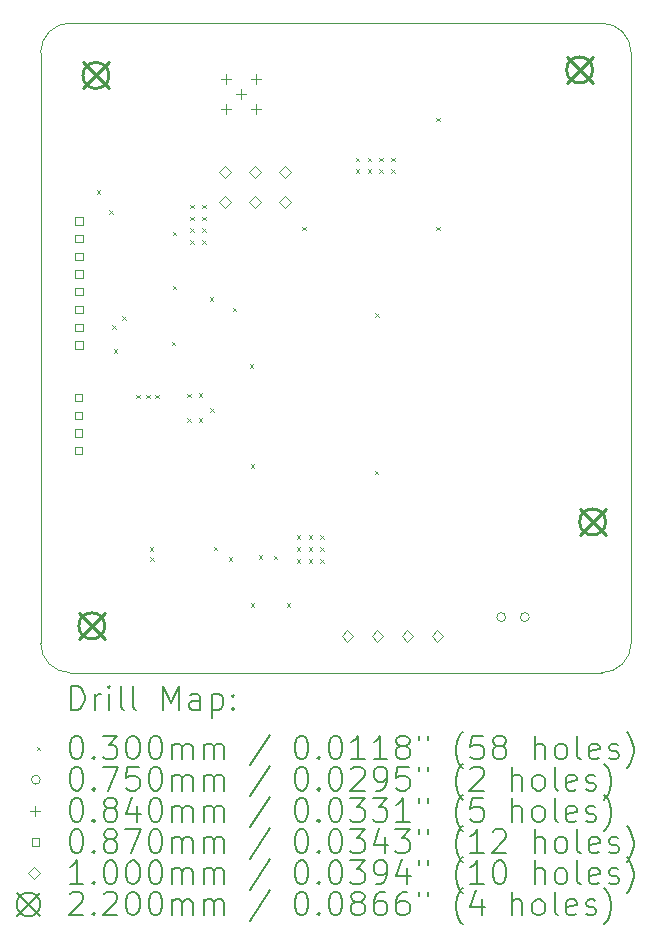
<source format=gbr>
%TF.GenerationSoftware,KiCad,Pcbnew,8.0.3-8.0.3-0~ubuntu22.04.1*%
%TF.CreationDate,2024-08-07T12:50:07+03:00*%
%TF.ProjectId,communication_body,636f6d6d-756e-4696-9361-74696f6e5f62,rev?*%
%TF.SameCoordinates,Original*%
%TF.FileFunction,Drillmap*%
%TF.FilePolarity,Positive*%
%FSLAX45Y45*%
G04 Gerber Fmt 4.5, Leading zero omitted, Abs format (unit mm)*
G04 Created by KiCad (PCBNEW 8.0.3-8.0.3-0~ubuntu22.04.1) date 2024-08-07 12:50:07*
%MOMM*%
%LPD*%
G01*
G04 APERTURE LIST*
%ADD10C,0.050000*%
%ADD11C,0.200000*%
%ADD12C,0.100000*%
%ADD13C,0.220000*%
G04 APERTURE END LIST*
D10*
X15966500Y-7346500D02*
G75*
G02*
X16216500Y-7596500I0J-250000D01*
G01*
X11466500Y-12846500D02*
G75*
G02*
X11216500Y-12596500I0J250000D01*
G01*
X15966500Y-12846500D02*
X11466500Y-12846500D01*
X11216500Y-12596500D02*
X11216500Y-7596500D01*
X16216500Y-7596500D02*
X16216500Y-12596500D01*
X11466500Y-7346500D02*
X15966500Y-7346500D01*
X16216500Y-12596500D02*
G75*
G02*
X15966500Y-12846500I-250000J0D01*
G01*
X11216500Y-7596500D02*
G75*
G02*
X11466500Y-7346500I250000J0D01*
G01*
D11*
D12*
X11691000Y-8762000D02*
X11721000Y-8792000D01*
X11721000Y-8762000D02*
X11691000Y-8792000D01*
X11798000Y-8932000D02*
X11828000Y-8962000D01*
X11828000Y-8932000D02*
X11798000Y-8962000D01*
X11821000Y-9906500D02*
X11851000Y-9936500D01*
X11851000Y-9906500D02*
X11821000Y-9936500D01*
X11837500Y-10109500D02*
X11867500Y-10139500D01*
X11867500Y-10109500D02*
X11837500Y-10139500D01*
X11905500Y-9830500D02*
X11935500Y-9860500D01*
X11935500Y-9830500D02*
X11905500Y-9860500D01*
X12026000Y-10492000D02*
X12056000Y-10522000D01*
X12056000Y-10492000D02*
X12026000Y-10522000D01*
X12109000Y-10492000D02*
X12139000Y-10522000D01*
X12139000Y-10492000D02*
X12109000Y-10522000D01*
X12142500Y-11782500D02*
X12172500Y-11812500D01*
X12172500Y-11782500D02*
X12142500Y-11812500D01*
X12144500Y-11869500D02*
X12174500Y-11899500D01*
X12174500Y-11869500D02*
X12144500Y-11899500D01*
X12189000Y-10494000D02*
X12219000Y-10524000D01*
X12219000Y-10494000D02*
X12189000Y-10524000D01*
X12325500Y-10043500D02*
X12355500Y-10073500D01*
X12355500Y-10043500D02*
X12325500Y-10073500D01*
X12335500Y-9112500D02*
X12365500Y-9142500D01*
X12365500Y-9112500D02*
X12335500Y-9142500D01*
X12335500Y-9570500D02*
X12365500Y-9600500D01*
X12365500Y-9570500D02*
X12335500Y-9600500D01*
X12458000Y-10486000D02*
X12488000Y-10516000D01*
X12488000Y-10486000D02*
X12458000Y-10516000D01*
X12458000Y-10692000D02*
X12488000Y-10722000D01*
X12488000Y-10692000D02*
X12458000Y-10722000D01*
X12485000Y-8885000D02*
X12515000Y-8915000D01*
X12515000Y-8885000D02*
X12485000Y-8915000D01*
X12485000Y-8985000D02*
X12515000Y-9015000D01*
X12515000Y-8985000D02*
X12485000Y-9015000D01*
X12485000Y-9085000D02*
X12515000Y-9115000D01*
X12515000Y-9085000D02*
X12485000Y-9115000D01*
X12485000Y-9185000D02*
X12515000Y-9215000D01*
X12515000Y-9185000D02*
X12485000Y-9215000D01*
X12555000Y-10693000D02*
X12585000Y-10723000D01*
X12585000Y-10693000D02*
X12555000Y-10723000D01*
X12557000Y-10483000D02*
X12587000Y-10513000D01*
X12587000Y-10483000D02*
X12557000Y-10513000D01*
X12585000Y-8885000D02*
X12615000Y-8915000D01*
X12615000Y-8885000D02*
X12585000Y-8915000D01*
X12585000Y-8985000D02*
X12615000Y-9015000D01*
X12615000Y-8985000D02*
X12585000Y-9015000D01*
X12585000Y-9085000D02*
X12615000Y-9115000D01*
X12615000Y-9085000D02*
X12585000Y-9115000D01*
X12585000Y-9185000D02*
X12615000Y-9215000D01*
X12615000Y-9185000D02*
X12585000Y-9215000D01*
X12648500Y-9668500D02*
X12678500Y-9698500D01*
X12678500Y-9668500D02*
X12648500Y-9698500D01*
X12653500Y-10606500D02*
X12683500Y-10636500D01*
X12683500Y-10606500D02*
X12653500Y-10636500D01*
X12683500Y-11781500D02*
X12713500Y-11811500D01*
X12713500Y-11781500D02*
X12683500Y-11811500D01*
X12810500Y-11868500D02*
X12840500Y-11898500D01*
X12840500Y-11868500D02*
X12810500Y-11898500D01*
X12841500Y-9756500D02*
X12871500Y-9786500D01*
X12871500Y-9756500D02*
X12841500Y-9786500D01*
X12986500Y-10235500D02*
X13016500Y-10265500D01*
X13016500Y-10235500D02*
X12986500Y-10265500D01*
X12995500Y-11081500D02*
X13025500Y-11111500D01*
X13025500Y-11081500D02*
X12995500Y-11111500D01*
X12997500Y-12259500D02*
X13027500Y-12289500D01*
X13027500Y-12259500D02*
X12997500Y-12289500D01*
X13064500Y-11851500D02*
X13094500Y-11881500D01*
X13094500Y-11851500D02*
X13064500Y-11881500D01*
X13191500Y-11857500D02*
X13221500Y-11887500D01*
X13221500Y-11857500D02*
X13191500Y-11887500D01*
X13300500Y-12259500D02*
X13330500Y-12289500D01*
X13330500Y-12259500D02*
X13300500Y-12289500D01*
X13385000Y-11685000D02*
X13415000Y-11715000D01*
X13415000Y-11685000D02*
X13385000Y-11715000D01*
X13385000Y-11785000D02*
X13415000Y-11815000D01*
X13415000Y-11785000D02*
X13385000Y-11815000D01*
X13385000Y-11885000D02*
X13415000Y-11915000D01*
X13415000Y-11885000D02*
X13385000Y-11915000D01*
X13430500Y-9071500D02*
X13460500Y-9101500D01*
X13460500Y-9071500D02*
X13430500Y-9101500D01*
X13485000Y-11685000D02*
X13515000Y-11715000D01*
X13515000Y-11685000D02*
X13485000Y-11715000D01*
X13485000Y-11785000D02*
X13515000Y-11815000D01*
X13515000Y-11785000D02*
X13485000Y-11815000D01*
X13485000Y-11885000D02*
X13515000Y-11915000D01*
X13515000Y-11885000D02*
X13485000Y-11915000D01*
X13585000Y-11685000D02*
X13615000Y-11715000D01*
X13615000Y-11685000D02*
X13585000Y-11715000D01*
X13585000Y-11785000D02*
X13615000Y-11815000D01*
X13615000Y-11785000D02*
X13585000Y-11815000D01*
X13585000Y-11885000D02*
X13615000Y-11915000D01*
X13615000Y-11885000D02*
X13585000Y-11915000D01*
X13885000Y-8485000D02*
X13915000Y-8515000D01*
X13915000Y-8485000D02*
X13885000Y-8515000D01*
X13885000Y-8585000D02*
X13915000Y-8615000D01*
X13915000Y-8585000D02*
X13885000Y-8615000D01*
X13985000Y-8485000D02*
X14015000Y-8515000D01*
X14015000Y-8485000D02*
X13985000Y-8515000D01*
X13985000Y-8585000D02*
X14015000Y-8615000D01*
X14015000Y-8585000D02*
X13985000Y-8615000D01*
X14046500Y-11138500D02*
X14076500Y-11168500D01*
X14076500Y-11138500D02*
X14046500Y-11168500D01*
X14051500Y-9801500D02*
X14081500Y-9831500D01*
X14081500Y-9801500D02*
X14051500Y-9831500D01*
X14085000Y-8485000D02*
X14115000Y-8515000D01*
X14115000Y-8485000D02*
X14085000Y-8515000D01*
X14085000Y-8585000D02*
X14115000Y-8615000D01*
X14115000Y-8585000D02*
X14085000Y-8615000D01*
X14185000Y-8485000D02*
X14215000Y-8515000D01*
X14215000Y-8485000D02*
X14185000Y-8515000D01*
X14185000Y-8585000D02*
X14215000Y-8615000D01*
X14215000Y-8585000D02*
X14185000Y-8615000D01*
X14566500Y-9072500D02*
X14596500Y-9102500D01*
X14596500Y-9072500D02*
X14566500Y-9102500D01*
X14567500Y-8148500D02*
X14597500Y-8178500D01*
X14597500Y-8148500D02*
X14567500Y-8178500D01*
X15154000Y-12376500D02*
G75*
G02*
X15079000Y-12376500I-37500J0D01*
G01*
X15079000Y-12376500D02*
G75*
G02*
X15154000Y-12376500I37500J0D01*
G01*
X15354000Y-12376500D02*
G75*
G02*
X15279000Y-12376500I-37500J0D01*
G01*
X15279000Y-12376500D02*
G75*
G02*
X15354000Y-12376500I37500J0D01*
G01*
X12782500Y-7780500D02*
X12782500Y-7864500D01*
X12740500Y-7822500D02*
X12824500Y-7822500D01*
X12782500Y-8034500D02*
X12782500Y-8118500D01*
X12740500Y-8076500D02*
X12824500Y-8076500D01*
X12909500Y-7907500D02*
X12909500Y-7991500D01*
X12867500Y-7949500D02*
X12951500Y-7949500D01*
X13036500Y-7780500D02*
X13036500Y-7864500D01*
X12994500Y-7822500D02*
X13078500Y-7822500D01*
X13036500Y-8034500D02*
X13036500Y-8118500D01*
X12994500Y-8076500D02*
X13078500Y-8076500D01*
X11567259Y-10547259D02*
X11567259Y-10485741D01*
X11505741Y-10485741D01*
X11505741Y-10547259D01*
X11567259Y-10547259D01*
X11567259Y-10697259D02*
X11567259Y-10635741D01*
X11505741Y-10635741D01*
X11505741Y-10697259D01*
X11567259Y-10697259D01*
X11567259Y-10847259D02*
X11567259Y-10785741D01*
X11505741Y-10785741D01*
X11505741Y-10847259D01*
X11567259Y-10847259D01*
X11567259Y-10997259D02*
X11567259Y-10935741D01*
X11505741Y-10935741D01*
X11505741Y-10997259D01*
X11567259Y-10997259D01*
X11572259Y-9052259D02*
X11572259Y-8990741D01*
X11510741Y-8990741D01*
X11510741Y-9052259D01*
X11572259Y-9052259D01*
X11572259Y-9202259D02*
X11572259Y-9140741D01*
X11510741Y-9140741D01*
X11510741Y-9202259D01*
X11572259Y-9202259D01*
X11572259Y-9352259D02*
X11572259Y-9290741D01*
X11510741Y-9290741D01*
X11510741Y-9352259D01*
X11572259Y-9352259D01*
X11572259Y-9502259D02*
X11572259Y-9440741D01*
X11510741Y-9440741D01*
X11510741Y-9502259D01*
X11572259Y-9502259D01*
X11572259Y-9652259D02*
X11572259Y-9590741D01*
X11510741Y-9590741D01*
X11510741Y-9652259D01*
X11572259Y-9652259D01*
X11572259Y-9802259D02*
X11572259Y-9740741D01*
X11510741Y-9740741D01*
X11510741Y-9802259D01*
X11572259Y-9802259D01*
X11572259Y-9952259D02*
X11572259Y-9890741D01*
X11510741Y-9890741D01*
X11510741Y-9952259D01*
X11572259Y-9952259D01*
X11572259Y-10102259D02*
X11572259Y-10040741D01*
X11510741Y-10040741D01*
X11510741Y-10102259D01*
X11572259Y-10102259D01*
X12775500Y-8659500D02*
X12825500Y-8609500D01*
X12775500Y-8559500D01*
X12725500Y-8609500D01*
X12775500Y-8659500D01*
X12775500Y-8913500D02*
X12825500Y-8863500D01*
X12775500Y-8813500D01*
X12725500Y-8863500D01*
X12775500Y-8913500D01*
X13029500Y-8659500D02*
X13079500Y-8609500D01*
X13029500Y-8559500D01*
X12979500Y-8609500D01*
X13029500Y-8659500D01*
X13029500Y-8913500D02*
X13079500Y-8863500D01*
X13029500Y-8813500D01*
X12979500Y-8863500D01*
X13029500Y-8913500D01*
X13283500Y-8659500D02*
X13333500Y-8609500D01*
X13283500Y-8559500D01*
X13233500Y-8609500D01*
X13283500Y-8659500D01*
X13283500Y-8913500D02*
X13333500Y-8863500D01*
X13283500Y-8813500D01*
X13233500Y-8863500D01*
X13283500Y-8913500D01*
X13814500Y-12586500D02*
X13864500Y-12536500D01*
X13814500Y-12486500D01*
X13764500Y-12536500D01*
X13814500Y-12586500D01*
X14068500Y-12586500D02*
X14118500Y-12536500D01*
X14068500Y-12486500D01*
X14018500Y-12536500D01*
X14068500Y-12586500D01*
X14322500Y-12586500D02*
X14372500Y-12536500D01*
X14322500Y-12486500D01*
X14272500Y-12536500D01*
X14322500Y-12586500D01*
X14576500Y-12586500D02*
X14626500Y-12536500D01*
X14576500Y-12486500D01*
X14526500Y-12536500D01*
X14576500Y-12586500D01*
D13*
X11540000Y-12340000D02*
X11760000Y-12560000D01*
X11760000Y-12340000D02*
X11540000Y-12560000D01*
X11760000Y-12450000D02*
G75*
G02*
X11540000Y-12450000I-110000J0D01*
G01*
X11540000Y-12450000D02*
G75*
G02*
X11760000Y-12450000I110000J0D01*
G01*
X11574500Y-7680000D02*
X11794500Y-7900000D01*
X11794500Y-7680000D02*
X11574500Y-7900000D01*
X11794500Y-7790000D02*
G75*
G02*
X11574500Y-7790000I-110000J0D01*
G01*
X11574500Y-7790000D02*
G75*
G02*
X11794500Y-7790000I110000J0D01*
G01*
X15670000Y-7633500D02*
X15890000Y-7853500D01*
X15890000Y-7633500D02*
X15670000Y-7853500D01*
X15890000Y-7743500D02*
G75*
G02*
X15670000Y-7743500I-110000J0D01*
G01*
X15670000Y-7743500D02*
G75*
G02*
X15890000Y-7743500I110000J0D01*
G01*
X15780000Y-11460000D02*
X16000000Y-11680000D01*
X16000000Y-11460000D02*
X15780000Y-11680000D01*
X16000000Y-11570000D02*
G75*
G02*
X15780000Y-11570000I-110000J0D01*
G01*
X15780000Y-11570000D02*
G75*
G02*
X16000000Y-11570000I110000J0D01*
G01*
D11*
X11474777Y-13160484D02*
X11474777Y-12960484D01*
X11474777Y-12960484D02*
X11522396Y-12960484D01*
X11522396Y-12960484D02*
X11550967Y-12970008D01*
X11550967Y-12970008D02*
X11570015Y-12989055D01*
X11570015Y-12989055D02*
X11579539Y-13008103D01*
X11579539Y-13008103D02*
X11589062Y-13046198D01*
X11589062Y-13046198D02*
X11589062Y-13074769D01*
X11589062Y-13074769D02*
X11579539Y-13112865D01*
X11579539Y-13112865D02*
X11570015Y-13131912D01*
X11570015Y-13131912D02*
X11550967Y-13150960D01*
X11550967Y-13150960D02*
X11522396Y-13160484D01*
X11522396Y-13160484D02*
X11474777Y-13160484D01*
X11674777Y-13160484D02*
X11674777Y-13027150D01*
X11674777Y-13065246D02*
X11684301Y-13046198D01*
X11684301Y-13046198D02*
X11693824Y-13036674D01*
X11693824Y-13036674D02*
X11712872Y-13027150D01*
X11712872Y-13027150D02*
X11731920Y-13027150D01*
X11798586Y-13160484D02*
X11798586Y-13027150D01*
X11798586Y-12960484D02*
X11789062Y-12970008D01*
X11789062Y-12970008D02*
X11798586Y-12979531D01*
X11798586Y-12979531D02*
X11808110Y-12970008D01*
X11808110Y-12970008D02*
X11798586Y-12960484D01*
X11798586Y-12960484D02*
X11798586Y-12979531D01*
X11922396Y-13160484D02*
X11903348Y-13150960D01*
X11903348Y-13150960D02*
X11893824Y-13131912D01*
X11893824Y-13131912D02*
X11893824Y-12960484D01*
X12027158Y-13160484D02*
X12008110Y-13150960D01*
X12008110Y-13150960D02*
X11998586Y-13131912D01*
X11998586Y-13131912D02*
X11998586Y-12960484D01*
X12255729Y-13160484D02*
X12255729Y-12960484D01*
X12255729Y-12960484D02*
X12322396Y-13103341D01*
X12322396Y-13103341D02*
X12389062Y-12960484D01*
X12389062Y-12960484D02*
X12389062Y-13160484D01*
X12570015Y-13160484D02*
X12570015Y-13055722D01*
X12570015Y-13055722D02*
X12560491Y-13036674D01*
X12560491Y-13036674D02*
X12541443Y-13027150D01*
X12541443Y-13027150D02*
X12503348Y-13027150D01*
X12503348Y-13027150D02*
X12484301Y-13036674D01*
X12570015Y-13150960D02*
X12550967Y-13160484D01*
X12550967Y-13160484D02*
X12503348Y-13160484D01*
X12503348Y-13160484D02*
X12484301Y-13150960D01*
X12484301Y-13150960D02*
X12474777Y-13131912D01*
X12474777Y-13131912D02*
X12474777Y-13112865D01*
X12474777Y-13112865D02*
X12484301Y-13093817D01*
X12484301Y-13093817D02*
X12503348Y-13084293D01*
X12503348Y-13084293D02*
X12550967Y-13084293D01*
X12550967Y-13084293D02*
X12570015Y-13074769D01*
X12665253Y-13027150D02*
X12665253Y-13227150D01*
X12665253Y-13036674D02*
X12684301Y-13027150D01*
X12684301Y-13027150D02*
X12722396Y-13027150D01*
X12722396Y-13027150D02*
X12741443Y-13036674D01*
X12741443Y-13036674D02*
X12750967Y-13046198D01*
X12750967Y-13046198D02*
X12760491Y-13065246D01*
X12760491Y-13065246D02*
X12760491Y-13122388D01*
X12760491Y-13122388D02*
X12750967Y-13141436D01*
X12750967Y-13141436D02*
X12741443Y-13150960D01*
X12741443Y-13150960D02*
X12722396Y-13160484D01*
X12722396Y-13160484D02*
X12684301Y-13160484D01*
X12684301Y-13160484D02*
X12665253Y-13150960D01*
X12846205Y-13141436D02*
X12855729Y-13150960D01*
X12855729Y-13150960D02*
X12846205Y-13160484D01*
X12846205Y-13160484D02*
X12836682Y-13150960D01*
X12836682Y-13150960D02*
X12846205Y-13141436D01*
X12846205Y-13141436D02*
X12846205Y-13160484D01*
X12846205Y-13036674D02*
X12855729Y-13046198D01*
X12855729Y-13046198D02*
X12846205Y-13055722D01*
X12846205Y-13055722D02*
X12836682Y-13046198D01*
X12836682Y-13046198D02*
X12846205Y-13036674D01*
X12846205Y-13036674D02*
X12846205Y-13055722D01*
D12*
X11184000Y-13474000D02*
X11214000Y-13504000D01*
X11214000Y-13474000D02*
X11184000Y-13504000D01*
D11*
X11512872Y-13380484D02*
X11531920Y-13380484D01*
X11531920Y-13380484D02*
X11550967Y-13390008D01*
X11550967Y-13390008D02*
X11560491Y-13399531D01*
X11560491Y-13399531D02*
X11570015Y-13418579D01*
X11570015Y-13418579D02*
X11579539Y-13456674D01*
X11579539Y-13456674D02*
X11579539Y-13504293D01*
X11579539Y-13504293D02*
X11570015Y-13542388D01*
X11570015Y-13542388D02*
X11560491Y-13561436D01*
X11560491Y-13561436D02*
X11550967Y-13570960D01*
X11550967Y-13570960D02*
X11531920Y-13580484D01*
X11531920Y-13580484D02*
X11512872Y-13580484D01*
X11512872Y-13580484D02*
X11493824Y-13570960D01*
X11493824Y-13570960D02*
X11484301Y-13561436D01*
X11484301Y-13561436D02*
X11474777Y-13542388D01*
X11474777Y-13542388D02*
X11465253Y-13504293D01*
X11465253Y-13504293D02*
X11465253Y-13456674D01*
X11465253Y-13456674D02*
X11474777Y-13418579D01*
X11474777Y-13418579D02*
X11484301Y-13399531D01*
X11484301Y-13399531D02*
X11493824Y-13390008D01*
X11493824Y-13390008D02*
X11512872Y-13380484D01*
X11665253Y-13561436D02*
X11674777Y-13570960D01*
X11674777Y-13570960D02*
X11665253Y-13580484D01*
X11665253Y-13580484D02*
X11655729Y-13570960D01*
X11655729Y-13570960D02*
X11665253Y-13561436D01*
X11665253Y-13561436D02*
X11665253Y-13580484D01*
X11741443Y-13380484D02*
X11865253Y-13380484D01*
X11865253Y-13380484D02*
X11798586Y-13456674D01*
X11798586Y-13456674D02*
X11827158Y-13456674D01*
X11827158Y-13456674D02*
X11846205Y-13466198D01*
X11846205Y-13466198D02*
X11855729Y-13475722D01*
X11855729Y-13475722D02*
X11865253Y-13494769D01*
X11865253Y-13494769D02*
X11865253Y-13542388D01*
X11865253Y-13542388D02*
X11855729Y-13561436D01*
X11855729Y-13561436D02*
X11846205Y-13570960D01*
X11846205Y-13570960D02*
X11827158Y-13580484D01*
X11827158Y-13580484D02*
X11770015Y-13580484D01*
X11770015Y-13580484D02*
X11750967Y-13570960D01*
X11750967Y-13570960D02*
X11741443Y-13561436D01*
X11989062Y-13380484D02*
X12008110Y-13380484D01*
X12008110Y-13380484D02*
X12027158Y-13390008D01*
X12027158Y-13390008D02*
X12036682Y-13399531D01*
X12036682Y-13399531D02*
X12046205Y-13418579D01*
X12046205Y-13418579D02*
X12055729Y-13456674D01*
X12055729Y-13456674D02*
X12055729Y-13504293D01*
X12055729Y-13504293D02*
X12046205Y-13542388D01*
X12046205Y-13542388D02*
X12036682Y-13561436D01*
X12036682Y-13561436D02*
X12027158Y-13570960D01*
X12027158Y-13570960D02*
X12008110Y-13580484D01*
X12008110Y-13580484D02*
X11989062Y-13580484D01*
X11989062Y-13580484D02*
X11970015Y-13570960D01*
X11970015Y-13570960D02*
X11960491Y-13561436D01*
X11960491Y-13561436D02*
X11950967Y-13542388D01*
X11950967Y-13542388D02*
X11941443Y-13504293D01*
X11941443Y-13504293D02*
X11941443Y-13456674D01*
X11941443Y-13456674D02*
X11950967Y-13418579D01*
X11950967Y-13418579D02*
X11960491Y-13399531D01*
X11960491Y-13399531D02*
X11970015Y-13390008D01*
X11970015Y-13390008D02*
X11989062Y-13380484D01*
X12179539Y-13380484D02*
X12198586Y-13380484D01*
X12198586Y-13380484D02*
X12217634Y-13390008D01*
X12217634Y-13390008D02*
X12227158Y-13399531D01*
X12227158Y-13399531D02*
X12236682Y-13418579D01*
X12236682Y-13418579D02*
X12246205Y-13456674D01*
X12246205Y-13456674D02*
X12246205Y-13504293D01*
X12246205Y-13504293D02*
X12236682Y-13542388D01*
X12236682Y-13542388D02*
X12227158Y-13561436D01*
X12227158Y-13561436D02*
X12217634Y-13570960D01*
X12217634Y-13570960D02*
X12198586Y-13580484D01*
X12198586Y-13580484D02*
X12179539Y-13580484D01*
X12179539Y-13580484D02*
X12160491Y-13570960D01*
X12160491Y-13570960D02*
X12150967Y-13561436D01*
X12150967Y-13561436D02*
X12141443Y-13542388D01*
X12141443Y-13542388D02*
X12131920Y-13504293D01*
X12131920Y-13504293D02*
X12131920Y-13456674D01*
X12131920Y-13456674D02*
X12141443Y-13418579D01*
X12141443Y-13418579D02*
X12150967Y-13399531D01*
X12150967Y-13399531D02*
X12160491Y-13390008D01*
X12160491Y-13390008D02*
X12179539Y-13380484D01*
X12331920Y-13580484D02*
X12331920Y-13447150D01*
X12331920Y-13466198D02*
X12341443Y-13456674D01*
X12341443Y-13456674D02*
X12360491Y-13447150D01*
X12360491Y-13447150D02*
X12389063Y-13447150D01*
X12389063Y-13447150D02*
X12408110Y-13456674D01*
X12408110Y-13456674D02*
X12417634Y-13475722D01*
X12417634Y-13475722D02*
X12417634Y-13580484D01*
X12417634Y-13475722D02*
X12427158Y-13456674D01*
X12427158Y-13456674D02*
X12446205Y-13447150D01*
X12446205Y-13447150D02*
X12474777Y-13447150D01*
X12474777Y-13447150D02*
X12493824Y-13456674D01*
X12493824Y-13456674D02*
X12503348Y-13475722D01*
X12503348Y-13475722D02*
X12503348Y-13580484D01*
X12598586Y-13580484D02*
X12598586Y-13447150D01*
X12598586Y-13466198D02*
X12608110Y-13456674D01*
X12608110Y-13456674D02*
X12627158Y-13447150D01*
X12627158Y-13447150D02*
X12655729Y-13447150D01*
X12655729Y-13447150D02*
X12674777Y-13456674D01*
X12674777Y-13456674D02*
X12684301Y-13475722D01*
X12684301Y-13475722D02*
X12684301Y-13580484D01*
X12684301Y-13475722D02*
X12693824Y-13456674D01*
X12693824Y-13456674D02*
X12712872Y-13447150D01*
X12712872Y-13447150D02*
X12741443Y-13447150D01*
X12741443Y-13447150D02*
X12760491Y-13456674D01*
X12760491Y-13456674D02*
X12770015Y-13475722D01*
X12770015Y-13475722D02*
X12770015Y-13580484D01*
X13160491Y-13370960D02*
X12989063Y-13628103D01*
X13417634Y-13380484D02*
X13436682Y-13380484D01*
X13436682Y-13380484D02*
X13455729Y-13390008D01*
X13455729Y-13390008D02*
X13465253Y-13399531D01*
X13465253Y-13399531D02*
X13474777Y-13418579D01*
X13474777Y-13418579D02*
X13484301Y-13456674D01*
X13484301Y-13456674D02*
X13484301Y-13504293D01*
X13484301Y-13504293D02*
X13474777Y-13542388D01*
X13474777Y-13542388D02*
X13465253Y-13561436D01*
X13465253Y-13561436D02*
X13455729Y-13570960D01*
X13455729Y-13570960D02*
X13436682Y-13580484D01*
X13436682Y-13580484D02*
X13417634Y-13580484D01*
X13417634Y-13580484D02*
X13398586Y-13570960D01*
X13398586Y-13570960D02*
X13389063Y-13561436D01*
X13389063Y-13561436D02*
X13379539Y-13542388D01*
X13379539Y-13542388D02*
X13370015Y-13504293D01*
X13370015Y-13504293D02*
X13370015Y-13456674D01*
X13370015Y-13456674D02*
X13379539Y-13418579D01*
X13379539Y-13418579D02*
X13389063Y-13399531D01*
X13389063Y-13399531D02*
X13398586Y-13390008D01*
X13398586Y-13390008D02*
X13417634Y-13380484D01*
X13570015Y-13561436D02*
X13579539Y-13570960D01*
X13579539Y-13570960D02*
X13570015Y-13580484D01*
X13570015Y-13580484D02*
X13560491Y-13570960D01*
X13560491Y-13570960D02*
X13570015Y-13561436D01*
X13570015Y-13561436D02*
X13570015Y-13580484D01*
X13703348Y-13380484D02*
X13722396Y-13380484D01*
X13722396Y-13380484D02*
X13741444Y-13390008D01*
X13741444Y-13390008D02*
X13750967Y-13399531D01*
X13750967Y-13399531D02*
X13760491Y-13418579D01*
X13760491Y-13418579D02*
X13770015Y-13456674D01*
X13770015Y-13456674D02*
X13770015Y-13504293D01*
X13770015Y-13504293D02*
X13760491Y-13542388D01*
X13760491Y-13542388D02*
X13750967Y-13561436D01*
X13750967Y-13561436D02*
X13741444Y-13570960D01*
X13741444Y-13570960D02*
X13722396Y-13580484D01*
X13722396Y-13580484D02*
X13703348Y-13580484D01*
X13703348Y-13580484D02*
X13684301Y-13570960D01*
X13684301Y-13570960D02*
X13674777Y-13561436D01*
X13674777Y-13561436D02*
X13665253Y-13542388D01*
X13665253Y-13542388D02*
X13655729Y-13504293D01*
X13655729Y-13504293D02*
X13655729Y-13456674D01*
X13655729Y-13456674D02*
X13665253Y-13418579D01*
X13665253Y-13418579D02*
X13674777Y-13399531D01*
X13674777Y-13399531D02*
X13684301Y-13390008D01*
X13684301Y-13390008D02*
X13703348Y-13380484D01*
X13960491Y-13580484D02*
X13846206Y-13580484D01*
X13903348Y-13580484D02*
X13903348Y-13380484D01*
X13903348Y-13380484D02*
X13884301Y-13409055D01*
X13884301Y-13409055D02*
X13865253Y-13428103D01*
X13865253Y-13428103D02*
X13846206Y-13437627D01*
X14150967Y-13580484D02*
X14036682Y-13580484D01*
X14093825Y-13580484D02*
X14093825Y-13380484D01*
X14093825Y-13380484D02*
X14074777Y-13409055D01*
X14074777Y-13409055D02*
X14055729Y-13428103D01*
X14055729Y-13428103D02*
X14036682Y-13437627D01*
X14265253Y-13466198D02*
X14246206Y-13456674D01*
X14246206Y-13456674D02*
X14236682Y-13447150D01*
X14236682Y-13447150D02*
X14227158Y-13428103D01*
X14227158Y-13428103D02*
X14227158Y-13418579D01*
X14227158Y-13418579D02*
X14236682Y-13399531D01*
X14236682Y-13399531D02*
X14246206Y-13390008D01*
X14246206Y-13390008D02*
X14265253Y-13380484D01*
X14265253Y-13380484D02*
X14303348Y-13380484D01*
X14303348Y-13380484D02*
X14322396Y-13390008D01*
X14322396Y-13390008D02*
X14331920Y-13399531D01*
X14331920Y-13399531D02*
X14341444Y-13418579D01*
X14341444Y-13418579D02*
X14341444Y-13428103D01*
X14341444Y-13428103D02*
X14331920Y-13447150D01*
X14331920Y-13447150D02*
X14322396Y-13456674D01*
X14322396Y-13456674D02*
X14303348Y-13466198D01*
X14303348Y-13466198D02*
X14265253Y-13466198D01*
X14265253Y-13466198D02*
X14246206Y-13475722D01*
X14246206Y-13475722D02*
X14236682Y-13485246D01*
X14236682Y-13485246D02*
X14227158Y-13504293D01*
X14227158Y-13504293D02*
X14227158Y-13542388D01*
X14227158Y-13542388D02*
X14236682Y-13561436D01*
X14236682Y-13561436D02*
X14246206Y-13570960D01*
X14246206Y-13570960D02*
X14265253Y-13580484D01*
X14265253Y-13580484D02*
X14303348Y-13580484D01*
X14303348Y-13580484D02*
X14322396Y-13570960D01*
X14322396Y-13570960D02*
X14331920Y-13561436D01*
X14331920Y-13561436D02*
X14341444Y-13542388D01*
X14341444Y-13542388D02*
X14341444Y-13504293D01*
X14341444Y-13504293D02*
X14331920Y-13485246D01*
X14331920Y-13485246D02*
X14322396Y-13475722D01*
X14322396Y-13475722D02*
X14303348Y-13466198D01*
X14417634Y-13380484D02*
X14417634Y-13418579D01*
X14493825Y-13380484D02*
X14493825Y-13418579D01*
X14789063Y-13656674D02*
X14779539Y-13647150D01*
X14779539Y-13647150D02*
X14760491Y-13618579D01*
X14760491Y-13618579D02*
X14750968Y-13599531D01*
X14750968Y-13599531D02*
X14741444Y-13570960D01*
X14741444Y-13570960D02*
X14731920Y-13523341D01*
X14731920Y-13523341D02*
X14731920Y-13485246D01*
X14731920Y-13485246D02*
X14741444Y-13437627D01*
X14741444Y-13437627D02*
X14750968Y-13409055D01*
X14750968Y-13409055D02*
X14760491Y-13390008D01*
X14760491Y-13390008D02*
X14779539Y-13361436D01*
X14779539Y-13361436D02*
X14789063Y-13351912D01*
X14960491Y-13380484D02*
X14865253Y-13380484D01*
X14865253Y-13380484D02*
X14855729Y-13475722D01*
X14855729Y-13475722D02*
X14865253Y-13466198D01*
X14865253Y-13466198D02*
X14884301Y-13456674D01*
X14884301Y-13456674D02*
X14931920Y-13456674D01*
X14931920Y-13456674D02*
X14950968Y-13466198D01*
X14950968Y-13466198D02*
X14960491Y-13475722D01*
X14960491Y-13475722D02*
X14970015Y-13494769D01*
X14970015Y-13494769D02*
X14970015Y-13542388D01*
X14970015Y-13542388D02*
X14960491Y-13561436D01*
X14960491Y-13561436D02*
X14950968Y-13570960D01*
X14950968Y-13570960D02*
X14931920Y-13580484D01*
X14931920Y-13580484D02*
X14884301Y-13580484D01*
X14884301Y-13580484D02*
X14865253Y-13570960D01*
X14865253Y-13570960D02*
X14855729Y-13561436D01*
X15084301Y-13466198D02*
X15065253Y-13456674D01*
X15065253Y-13456674D02*
X15055729Y-13447150D01*
X15055729Y-13447150D02*
X15046206Y-13428103D01*
X15046206Y-13428103D02*
X15046206Y-13418579D01*
X15046206Y-13418579D02*
X15055729Y-13399531D01*
X15055729Y-13399531D02*
X15065253Y-13390008D01*
X15065253Y-13390008D02*
X15084301Y-13380484D01*
X15084301Y-13380484D02*
X15122396Y-13380484D01*
X15122396Y-13380484D02*
X15141444Y-13390008D01*
X15141444Y-13390008D02*
X15150968Y-13399531D01*
X15150968Y-13399531D02*
X15160491Y-13418579D01*
X15160491Y-13418579D02*
X15160491Y-13428103D01*
X15160491Y-13428103D02*
X15150968Y-13447150D01*
X15150968Y-13447150D02*
X15141444Y-13456674D01*
X15141444Y-13456674D02*
X15122396Y-13466198D01*
X15122396Y-13466198D02*
X15084301Y-13466198D01*
X15084301Y-13466198D02*
X15065253Y-13475722D01*
X15065253Y-13475722D02*
X15055729Y-13485246D01*
X15055729Y-13485246D02*
X15046206Y-13504293D01*
X15046206Y-13504293D02*
X15046206Y-13542388D01*
X15046206Y-13542388D02*
X15055729Y-13561436D01*
X15055729Y-13561436D02*
X15065253Y-13570960D01*
X15065253Y-13570960D02*
X15084301Y-13580484D01*
X15084301Y-13580484D02*
X15122396Y-13580484D01*
X15122396Y-13580484D02*
X15141444Y-13570960D01*
X15141444Y-13570960D02*
X15150968Y-13561436D01*
X15150968Y-13561436D02*
X15160491Y-13542388D01*
X15160491Y-13542388D02*
X15160491Y-13504293D01*
X15160491Y-13504293D02*
X15150968Y-13485246D01*
X15150968Y-13485246D02*
X15141444Y-13475722D01*
X15141444Y-13475722D02*
X15122396Y-13466198D01*
X15398587Y-13580484D02*
X15398587Y-13380484D01*
X15484301Y-13580484D02*
X15484301Y-13475722D01*
X15484301Y-13475722D02*
X15474777Y-13456674D01*
X15474777Y-13456674D02*
X15455730Y-13447150D01*
X15455730Y-13447150D02*
X15427158Y-13447150D01*
X15427158Y-13447150D02*
X15408110Y-13456674D01*
X15408110Y-13456674D02*
X15398587Y-13466198D01*
X15608110Y-13580484D02*
X15589063Y-13570960D01*
X15589063Y-13570960D02*
X15579539Y-13561436D01*
X15579539Y-13561436D02*
X15570015Y-13542388D01*
X15570015Y-13542388D02*
X15570015Y-13485246D01*
X15570015Y-13485246D02*
X15579539Y-13466198D01*
X15579539Y-13466198D02*
X15589063Y-13456674D01*
X15589063Y-13456674D02*
X15608110Y-13447150D01*
X15608110Y-13447150D02*
X15636682Y-13447150D01*
X15636682Y-13447150D02*
X15655730Y-13456674D01*
X15655730Y-13456674D02*
X15665253Y-13466198D01*
X15665253Y-13466198D02*
X15674777Y-13485246D01*
X15674777Y-13485246D02*
X15674777Y-13542388D01*
X15674777Y-13542388D02*
X15665253Y-13561436D01*
X15665253Y-13561436D02*
X15655730Y-13570960D01*
X15655730Y-13570960D02*
X15636682Y-13580484D01*
X15636682Y-13580484D02*
X15608110Y-13580484D01*
X15789063Y-13580484D02*
X15770015Y-13570960D01*
X15770015Y-13570960D02*
X15760491Y-13551912D01*
X15760491Y-13551912D02*
X15760491Y-13380484D01*
X15941444Y-13570960D02*
X15922396Y-13580484D01*
X15922396Y-13580484D02*
X15884301Y-13580484D01*
X15884301Y-13580484D02*
X15865253Y-13570960D01*
X15865253Y-13570960D02*
X15855730Y-13551912D01*
X15855730Y-13551912D02*
X15855730Y-13475722D01*
X15855730Y-13475722D02*
X15865253Y-13456674D01*
X15865253Y-13456674D02*
X15884301Y-13447150D01*
X15884301Y-13447150D02*
X15922396Y-13447150D01*
X15922396Y-13447150D02*
X15941444Y-13456674D01*
X15941444Y-13456674D02*
X15950968Y-13475722D01*
X15950968Y-13475722D02*
X15950968Y-13494769D01*
X15950968Y-13494769D02*
X15855730Y-13513817D01*
X16027158Y-13570960D02*
X16046206Y-13580484D01*
X16046206Y-13580484D02*
X16084301Y-13580484D01*
X16084301Y-13580484D02*
X16103349Y-13570960D01*
X16103349Y-13570960D02*
X16112872Y-13551912D01*
X16112872Y-13551912D02*
X16112872Y-13542388D01*
X16112872Y-13542388D02*
X16103349Y-13523341D01*
X16103349Y-13523341D02*
X16084301Y-13513817D01*
X16084301Y-13513817D02*
X16055730Y-13513817D01*
X16055730Y-13513817D02*
X16036682Y-13504293D01*
X16036682Y-13504293D02*
X16027158Y-13485246D01*
X16027158Y-13485246D02*
X16027158Y-13475722D01*
X16027158Y-13475722D02*
X16036682Y-13456674D01*
X16036682Y-13456674D02*
X16055730Y-13447150D01*
X16055730Y-13447150D02*
X16084301Y-13447150D01*
X16084301Y-13447150D02*
X16103349Y-13456674D01*
X16179539Y-13656674D02*
X16189063Y-13647150D01*
X16189063Y-13647150D02*
X16208111Y-13618579D01*
X16208111Y-13618579D02*
X16217634Y-13599531D01*
X16217634Y-13599531D02*
X16227158Y-13570960D01*
X16227158Y-13570960D02*
X16236682Y-13523341D01*
X16236682Y-13523341D02*
X16236682Y-13485246D01*
X16236682Y-13485246D02*
X16227158Y-13437627D01*
X16227158Y-13437627D02*
X16217634Y-13409055D01*
X16217634Y-13409055D02*
X16208111Y-13390008D01*
X16208111Y-13390008D02*
X16189063Y-13361436D01*
X16189063Y-13361436D02*
X16179539Y-13351912D01*
D12*
X11214000Y-13753000D02*
G75*
G02*
X11139000Y-13753000I-37500J0D01*
G01*
X11139000Y-13753000D02*
G75*
G02*
X11214000Y-13753000I37500J0D01*
G01*
D11*
X11512872Y-13644484D02*
X11531920Y-13644484D01*
X11531920Y-13644484D02*
X11550967Y-13654008D01*
X11550967Y-13654008D02*
X11560491Y-13663531D01*
X11560491Y-13663531D02*
X11570015Y-13682579D01*
X11570015Y-13682579D02*
X11579539Y-13720674D01*
X11579539Y-13720674D02*
X11579539Y-13768293D01*
X11579539Y-13768293D02*
X11570015Y-13806388D01*
X11570015Y-13806388D02*
X11560491Y-13825436D01*
X11560491Y-13825436D02*
X11550967Y-13834960D01*
X11550967Y-13834960D02*
X11531920Y-13844484D01*
X11531920Y-13844484D02*
X11512872Y-13844484D01*
X11512872Y-13844484D02*
X11493824Y-13834960D01*
X11493824Y-13834960D02*
X11484301Y-13825436D01*
X11484301Y-13825436D02*
X11474777Y-13806388D01*
X11474777Y-13806388D02*
X11465253Y-13768293D01*
X11465253Y-13768293D02*
X11465253Y-13720674D01*
X11465253Y-13720674D02*
X11474777Y-13682579D01*
X11474777Y-13682579D02*
X11484301Y-13663531D01*
X11484301Y-13663531D02*
X11493824Y-13654008D01*
X11493824Y-13654008D02*
X11512872Y-13644484D01*
X11665253Y-13825436D02*
X11674777Y-13834960D01*
X11674777Y-13834960D02*
X11665253Y-13844484D01*
X11665253Y-13844484D02*
X11655729Y-13834960D01*
X11655729Y-13834960D02*
X11665253Y-13825436D01*
X11665253Y-13825436D02*
X11665253Y-13844484D01*
X11741443Y-13644484D02*
X11874777Y-13644484D01*
X11874777Y-13644484D02*
X11789062Y-13844484D01*
X12046205Y-13644484D02*
X11950967Y-13644484D01*
X11950967Y-13644484D02*
X11941443Y-13739722D01*
X11941443Y-13739722D02*
X11950967Y-13730198D01*
X11950967Y-13730198D02*
X11970015Y-13720674D01*
X11970015Y-13720674D02*
X12017634Y-13720674D01*
X12017634Y-13720674D02*
X12036682Y-13730198D01*
X12036682Y-13730198D02*
X12046205Y-13739722D01*
X12046205Y-13739722D02*
X12055729Y-13758769D01*
X12055729Y-13758769D02*
X12055729Y-13806388D01*
X12055729Y-13806388D02*
X12046205Y-13825436D01*
X12046205Y-13825436D02*
X12036682Y-13834960D01*
X12036682Y-13834960D02*
X12017634Y-13844484D01*
X12017634Y-13844484D02*
X11970015Y-13844484D01*
X11970015Y-13844484D02*
X11950967Y-13834960D01*
X11950967Y-13834960D02*
X11941443Y-13825436D01*
X12179539Y-13644484D02*
X12198586Y-13644484D01*
X12198586Y-13644484D02*
X12217634Y-13654008D01*
X12217634Y-13654008D02*
X12227158Y-13663531D01*
X12227158Y-13663531D02*
X12236682Y-13682579D01*
X12236682Y-13682579D02*
X12246205Y-13720674D01*
X12246205Y-13720674D02*
X12246205Y-13768293D01*
X12246205Y-13768293D02*
X12236682Y-13806388D01*
X12236682Y-13806388D02*
X12227158Y-13825436D01*
X12227158Y-13825436D02*
X12217634Y-13834960D01*
X12217634Y-13834960D02*
X12198586Y-13844484D01*
X12198586Y-13844484D02*
X12179539Y-13844484D01*
X12179539Y-13844484D02*
X12160491Y-13834960D01*
X12160491Y-13834960D02*
X12150967Y-13825436D01*
X12150967Y-13825436D02*
X12141443Y-13806388D01*
X12141443Y-13806388D02*
X12131920Y-13768293D01*
X12131920Y-13768293D02*
X12131920Y-13720674D01*
X12131920Y-13720674D02*
X12141443Y-13682579D01*
X12141443Y-13682579D02*
X12150967Y-13663531D01*
X12150967Y-13663531D02*
X12160491Y-13654008D01*
X12160491Y-13654008D02*
X12179539Y-13644484D01*
X12331920Y-13844484D02*
X12331920Y-13711150D01*
X12331920Y-13730198D02*
X12341443Y-13720674D01*
X12341443Y-13720674D02*
X12360491Y-13711150D01*
X12360491Y-13711150D02*
X12389063Y-13711150D01*
X12389063Y-13711150D02*
X12408110Y-13720674D01*
X12408110Y-13720674D02*
X12417634Y-13739722D01*
X12417634Y-13739722D02*
X12417634Y-13844484D01*
X12417634Y-13739722D02*
X12427158Y-13720674D01*
X12427158Y-13720674D02*
X12446205Y-13711150D01*
X12446205Y-13711150D02*
X12474777Y-13711150D01*
X12474777Y-13711150D02*
X12493824Y-13720674D01*
X12493824Y-13720674D02*
X12503348Y-13739722D01*
X12503348Y-13739722D02*
X12503348Y-13844484D01*
X12598586Y-13844484D02*
X12598586Y-13711150D01*
X12598586Y-13730198D02*
X12608110Y-13720674D01*
X12608110Y-13720674D02*
X12627158Y-13711150D01*
X12627158Y-13711150D02*
X12655729Y-13711150D01*
X12655729Y-13711150D02*
X12674777Y-13720674D01*
X12674777Y-13720674D02*
X12684301Y-13739722D01*
X12684301Y-13739722D02*
X12684301Y-13844484D01*
X12684301Y-13739722D02*
X12693824Y-13720674D01*
X12693824Y-13720674D02*
X12712872Y-13711150D01*
X12712872Y-13711150D02*
X12741443Y-13711150D01*
X12741443Y-13711150D02*
X12760491Y-13720674D01*
X12760491Y-13720674D02*
X12770015Y-13739722D01*
X12770015Y-13739722D02*
X12770015Y-13844484D01*
X13160491Y-13634960D02*
X12989063Y-13892103D01*
X13417634Y-13644484D02*
X13436682Y-13644484D01*
X13436682Y-13644484D02*
X13455729Y-13654008D01*
X13455729Y-13654008D02*
X13465253Y-13663531D01*
X13465253Y-13663531D02*
X13474777Y-13682579D01*
X13474777Y-13682579D02*
X13484301Y-13720674D01*
X13484301Y-13720674D02*
X13484301Y-13768293D01*
X13484301Y-13768293D02*
X13474777Y-13806388D01*
X13474777Y-13806388D02*
X13465253Y-13825436D01*
X13465253Y-13825436D02*
X13455729Y-13834960D01*
X13455729Y-13834960D02*
X13436682Y-13844484D01*
X13436682Y-13844484D02*
X13417634Y-13844484D01*
X13417634Y-13844484D02*
X13398586Y-13834960D01*
X13398586Y-13834960D02*
X13389063Y-13825436D01*
X13389063Y-13825436D02*
X13379539Y-13806388D01*
X13379539Y-13806388D02*
X13370015Y-13768293D01*
X13370015Y-13768293D02*
X13370015Y-13720674D01*
X13370015Y-13720674D02*
X13379539Y-13682579D01*
X13379539Y-13682579D02*
X13389063Y-13663531D01*
X13389063Y-13663531D02*
X13398586Y-13654008D01*
X13398586Y-13654008D02*
X13417634Y-13644484D01*
X13570015Y-13825436D02*
X13579539Y-13834960D01*
X13579539Y-13834960D02*
X13570015Y-13844484D01*
X13570015Y-13844484D02*
X13560491Y-13834960D01*
X13560491Y-13834960D02*
X13570015Y-13825436D01*
X13570015Y-13825436D02*
X13570015Y-13844484D01*
X13703348Y-13644484D02*
X13722396Y-13644484D01*
X13722396Y-13644484D02*
X13741444Y-13654008D01*
X13741444Y-13654008D02*
X13750967Y-13663531D01*
X13750967Y-13663531D02*
X13760491Y-13682579D01*
X13760491Y-13682579D02*
X13770015Y-13720674D01*
X13770015Y-13720674D02*
X13770015Y-13768293D01*
X13770015Y-13768293D02*
X13760491Y-13806388D01*
X13760491Y-13806388D02*
X13750967Y-13825436D01*
X13750967Y-13825436D02*
X13741444Y-13834960D01*
X13741444Y-13834960D02*
X13722396Y-13844484D01*
X13722396Y-13844484D02*
X13703348Y-13844484D01*
X13703348Y-13844484D02*
X13684301Y-13834960D01*
X13684301Y-13834960D02*
X13674777Y-13825436D01*
X13674777Y-13825436D02*
X13665253Y-13806388D01*
X13665253Y-13806388D02*
X13655729Y-13768293D01*
X13655729Y-13768293D02*
X13655729Y-13720674D01*
X13655729Y-13720674D02*
X13665253Y-13682579D01*
X13665253Y-13682579D02*
X13674777Y-13663531D01*
X13674777Y-13663531D02*
X13684301Y-13654008D01*
X13684301Y-13654008D02*
X13703348Y-13644484D01*
X13846206Y-13663531D02*
X13855729Y-13654008D01*
X13855729Y-13654008D02*
X13874777Y-13644484D01*
X13874777Y-13644484D02*
X13922396Y-13644484D01*
X13922396Y-13644484D02*
X13941444Y-13654008D01*
X13941444Y-13654008D02*
X13950967Y-13663531D01*
X13950967Y-13663531D02*
X13960491Y-13682579D01*
X13960491Y-13682579D02*
X13960491Y-13701627D01*
X13960491Y-13701627D02*
X13950967Y-13730198D01*
X13950967Y-13730198D02*
X13836682Y-13844484D01*
X13836682Y-13844484D02*
X13960491Y-13844484D01*
X14055729Y-13844484D02*
X14093825Y-13844484D01*
X14093825Y-13844484D02*
X14112872Y-13834960D01*
X14112872Y-13834960D02*
X14122396Y-13825436D01*
X14122396Y-13825436D02*
X14141444Y-13796865D01*
X14141444Y-13796865D02*
X14150967Y-13758769D01*
X14150967Y-13758769D02*
X14150967Y-13682579D01*
X14150967Y-13682579D02*
X14141444Y-13663531D01*
X14141444Y-13663531D02*
X14131920Y-13654008D01*
X14131920Y-13654008D02*
X14112872Y-13644484D01*
X14112872Y-13644484D02*
X14074777Y-13644484D01*
X14074777Y-13644484D02*
X14055729Y-13654008D01*
X14055729Y-13654008D02*
X14046206Y-13663531D01*
X14046206Y-13663531D02*
X14036682Y-13682579D01*
X14036682Y-13682579D02*
X14036682Y-13730198D01*
X14036682Y-13730198D02*
X14046206Y-13749246D01*
X14046206Y-13749246D02*
X14055729Y-13758769D01*
X14055729Y-13758769D02*
X14074777Y-13768293D01*
X14074777Y-13768293D02*
X14112872Y-13768293D01*
X14112872Y-13768293D02*
X14131920Y-13758769D01*
X14131920Y-13758769D02*
X14141444Y-13749246D01*
X14141444Y-13749246D02*
X14150967Y-13730198D01*
X14331920Y-13644484D02*
X14236682Y-13644484D01*
X14236682Y-13644484D02*
X14227158Y-13739722D01*
X14227158Y-13739722D02*
X14236682Y-13730198D01*
X14236682Y-13730198D02*
X14255729Y-13720674D01*
X14255729Y-13720674D02*
X14303348Y-13720674D01*
X14303348Y-13720674D02*
X14322396Y-13730198D01*
X14322396Y-13730198D02*
X14331920Y-13739722D01*
X14331920Y-13739722D02*
X14341444Y-13758769D01*
X14341444Y-13758769D02*
X14341444Y-13806388D01*
X14341444Y-13806388D02*
X14331920Y-13825436D01*
X14331920Y-13825436D02*
X14322396Y-13834960D01*
X14322396Y-13834960D02*
X14303348Y-13844484D01*
X14303348Y-13844484D02*
X14255729Y-13844484D01*
X14255729Y-13844484D02*
X14236682Y-13834960D01*
X14236682Y-13834960D02*
X14227158Y-13825436D01*
X14417634Y-13644484D02*
X14417634Y-13682579D01*
X14493825Y-13644484D02*
X14493825Y-13682579D01*
X14789063Y-13920674D02*
X14779539Y-13911150D01*
X14779539Y-13911150D02*
X14760491Y-13882579D01*
X14760491Y-13882579D02*
X14750968Y-13863531D01*
X14750968Y-13863531D02*
X14741444Y-13834960D01*
X14741444Y-13834960D02*
X14731920Y-13787341D01*
X14731920Y-13787341D02*
X14731920Y-13749246D01*
X14731920Y-13749246D02*
X14741444Y-13701627D01*
X14741444Y-13701627D02*
X14750968Y-13673055D01*
X14750968Y-13673055D02*
X14760491Y-13654008D01*
X14760491Y-13654008D02*
X14779539Y-13625436D01*
X14779539Y-13625436D02*
X14789063Y-13615912D01*
X14855729Y-13663531D02*
X14865253Y-13654008D01*
X14865253Y-13654008D02*
X14884301Y-13644484D01*
X14884301Y-13644484D02*
X14931920Y-13644484D01*
X14931920Y-13644484D02*
X14950968Y-13654008D01*
X14950968Y-13654008D02*
X14960491Y-13663531D01*
X14960491Y-13663531D02*
X14970015Y-13682579D01*
X14970015Y-13682579D02*
X14970015Y-13701627D01*
X14970015Y-13701627D02*
X14960491Y-13730198D01*
X14960491Y-13730198D02*
X14846206Y-13844484D01*
X14846206Y-13844484D02*
X14970015Y-13844484D01*
X15208110Y-13844484D02*
X15208110Y-13644484D01*
X15293825Y-13844484D02*
X15293825Y-13739722D01*
X15293825Y-13739722D02*
X15284301Y-13720674D01*
X15284301Y-13720674D02*
X15265253Y-13711150D01*
X15265253Y-13711150D02*
X15236682Y-13711150D01*
X15236682Y-13711150D02*
X15217634Y-13720674D01*
X15217634Y-13720674D02*
X15208110Y-13730198D01*
X15417634Y-13844484D02*
X15398587Y-13834960D01*
X15398587Y-13834960D02*
X15389063Y-13825436D01*
X15389063Y-13825436D02*
X15379539Y-13806388D01*
X15379539Y-13806388D02*
X15379539Y-13749246D01*
X15379539Y-13749246D02*
X15389063Y-13730198D01*
X15389063Y-13730198D02*
X15398587Y-13720674D01*
X15398587Y-13720674D02*
X15417634Y-13711150D01*
X15417634Y-13711150D02*
X15446206Y-13711150D01*
X15446206Y-13711150D02*
X15465253Y-13720674D01*
X15465253Y-13720674D02*
X15474777Y-13730198D01*
X15474777Y-13730198D02*
X15484301Y-13749246D01*
X15484301Y-13749246D02*
X15484301Y-13806388D01*
X15484301Y-13806388D02*
X15474777Y-13825436D01*
X15474777Y-13825436D02*
X15465253Y-13834960D01*
X15465253Y-13834960D02*
X15446206Y-13844484D01*
X15446206Y-13844484D02*
X15417634Y-13844484D01*
X15598587Y-13844484D02*
X15579539Y-13834960D01*
X15579539Y-13834960D02*
X15570015Y-13815912D01*
X15570015Y-13815912D02*
X15570015Y-13644484D01*
X15750968Y-13834960D02*
X15731920Y-13844484D01*
X15731920Y-13844484D02*
X15693825Y-13844484D01*
X15693825Y-13844484D02*
X15674777Y-13834960D01*
X15674777Y-13834960D02*
X15665253Y-13815912D01*
X15665253Y-13815912D02*
X15665253Y-13739722D01*
X15665253Y-13739722D02*
X15674777Y-13720674D01*
X15674777Y-13720674D02*
X15693825Y-13711150D01*
X15693825Y-13711150D02*
X15731920Y-13711150D01*
X15731920Y-13711150D02*
X15750968Y-13720674D01*
X15750968Y-13720674D02*
X15760491Y-13739722D01*
X15760491Y-13739722D02*
X15760491Y-13758769D01*
X15760491Y-13758769D02*
X15665253Y-13777817D01*
X15836682Y-13834960D02*
X15855730Y-13844484D01*
X15855730Y-13844484D02*
X15893825Y-13844484D01*
X15893825Y-13844484D02*
X15912872Y-13834960D01*
X15912872Y-13834960D02*
X15922396Y-13815912D01*
X15922396Y-13815912D02*
X15922396Y-13806388D01*
X15922396Y-13806388D02*
X15912872Y-13787341D01*
X15912872Y-13787341D02*
X15893825Y-13777817D01*
X15893825Y-13777817D02*
X15865253Y-13777817D01*
X15865253Y-13777817D02*
X15846206Y-13768293D01*
X15846206Y-13768293D02*
X15836682Y-13749246D01*
X15836682Y-13749246D02*
X15836682Y-13739722D01*
X15836682Y-13739722D02*
X15846206Y-13720674D01*
X15846206Y-13720674D02*
X15865253Y-13711150D01*
X15865253Y-13711150D02*
X15893825Y-13711150D01*
X15893825Y-13711150D02*
X15912872Y-13720674D01*
X15989063Y-13920674D02*
X15998587Y-13911150D01*
X15998587Y-13911150D02*
X16017634Y-13882579D01*
X16017634Y-13882579D02*
X16027158Y-13863531D01*
X16027158Y-13863531D02*
X16036682Y-13834960D01*
X16036682Y-13834960D02*
X16046206Y-13787341D01*
X16046206Y-13787341D02*
X16046206Y-13749246D01*
X16046206Y-13749246D02*
X16036682Y-13701627D01*
X16036682Y-13701627D02*
X16027158Y-13673055D01*
X16027158Y-13673055D02*
X16017634Y-13654008D01*
X16017634Y-13654008D02*
X15998587Y-13625436D01*
X15998587Y-13625436D02*
X15989063Y-13615912D01*
D12*
X11172000Y-13975000D02*
X11172000Y-14059000D01*
X11130000Y-14017000D02*
X11214000Y-14017000D01*
D11*
X11512872Y-13908484D02*
X11531920Y-13908484D01*
X11531920Y-13908484D02*
X11550967Y-13918008D01*
X11550967Y-13918008D02*
X11560491Y-13927531D01*
X11560491Y-13927531D02*
X11570015Y-13946579D01*
X11570015Y-13946579D02*
X11579539Y-13984674D01*
X11579539Y-13984674D02*
X11579539Y-14032293D01*
X11579539Y-14032293D02*
X11570015Y-14070388D01*
X11570015Y-14070388D02*
X11560491Y-14089436D01*
X11560491Y-14089436D02*
X11550967Y-14098960D01*
X11550967Y-14098960D02*
X11531920Y-14108484D01*
X11531920Y-14108484D02*
X11512872Y-14108484D01*
X11512872Y-14108484D02*
X11493824Y-14098960D01*
X11493824Y-14098960D02*
X11484301Y-14089436D01*
X11484301Y-14089436D02*
X11474777Y-14070388D01*
X11474777Y-14070388D02*
X11465253Y-14032293D01*
X11465253Y-14032293D02*
X11465253Y-13984674D01*
X11465253Y-13984674D02*
X11474777Y-13946579D01*
X11474777Y-13946579D02*
X11484301Y-13927531D01*
X11484301Y-13927531D02*
X11493824Y-13918008D01*
X11493824Y-13918008D02*
X11512872Y-13908484D01*
X11665253Y-14089436D02*
X11674777Y-14098960D01*
X11674777Y-14098960D02*
X11665253Y-14108484D01*
X11665253Y-14108484D02*
X11655729Y-14098960D01*
X11655729Y-14098960D02*
X11665253Y-14089436D01*
X11665253Y-14089436D02*
X11665253Y-14108484D01*
X11789062Y-13994198D02*
X11770015Y-13984674D01*
X11770015Y-13984674D02*
X11760491Y-13975150D01*
X11760491Y-13975150D02*
X11750967Y-13956103D01*
X11750967Y-13956103D02*
X11750967Y-13946579D01*
X11750967Y-13946579D02*
X11760491Y-13927531D01*
X11760491Y-13927531D02*
X11770015Y-13918008D01*
X11770015Y-13918008D02*
X11789062Y-13908484D01*
X11789062Y-13908484D02*
X11827158Y-13908484D01*
X11827158Y-13908484D02*
X11846205Y-13918008D01*
X11846205Y-13918008D02*
X11855729Y-13927531D01*
X11855729Y-13927531D02*
X11865253Y-13946579D01*
X11865253Y-13946579D02*
X11865253Y-13956103D01*
X11865253Y-13956103D02*
X11855729Y-13975150D01*
X11855729Y-13975150D02*
X11846205Y-13984674D01*
X11846205Y-13984674D02*
X11827158Y-13994198D01*
X11827158Y-13994198D02*
X11789062Y-13994198D01*
X11789062Y-13994198D02*
X11770015Y-14003722D01*
X11770015Y-14003722D02*
X11760491Y-14013246D01*
X11760491Y-14013246D02*
X11750967Y-14032293D01*
X11750967Y-14032293D02*
X11750967Y-14070388D01*
X11750967Y-14070388D02*
X11760491Y-14089436D01*
X11760491Y-14089436D02*
X11770015Y-14098960D01*
X11770015Y-14098960D02*
X11789062Y-14108484D01*
X11789062Y-14108484D02*
X11827158Y-14108484D01*
X11827158Y-14108484D02*
X11846205Y-14098960D01*
X11846205Y-14098960D02*
X11855729Y-14089436D01*
X11855729Y-14089436D02*
X11865253Y-14070388D01*
X11865253Y-14070388D02*
X11865253Y-14032293D01*
X11865253Y-14032293D02*
X11855729Y-14013246D01*
X11855729Y-14013246D02*
X11846205Y-14003722D01*
X11846205Y-14003722D02*
X11827158Y-13994198D01*
X12036682Y-13975150D02*
X12036682Y-14108484D01*
X11989062Y-13898960D02*
X11941443Y-14041817D01*
X11941443Y-14041817D02*
X12065253Y-14041817D01*
X12179539Y-13908484D02*
X12198586Y-13908484D01*
X12198586Y-13908484D02*
X12217634Y-13918008D01*
X12217634Y-13918008D02*
X12227158Y-13927531D01*
X12227158Y-13927531D02*
X12236682Y-13946579D01*
X12236682Y-13946579D02*
X12246205Y-13984674D01*
X12246205Y-13984674D02*
X12246205Y-14032293D01*
X12246205Y-14032293D02*
X12236682Y-14070388D01*
X12236682Y-14070388D02*
X12227158Y-14089436D01*
X12227158Y-14089436D02*
X12217634Y-14098960D01*
X12217634Y-14098960D02*
X12198586Y-14108484D01*
X12198586Y-14108484D02*
X12179539Y-14108484D01*
X12179539Y-14108484D02*
X12160491Y-14098960D01*
X12160491Y-14098960D02*
X12150967Y-14089436D01*
X12150967Y-14089436D02*
X12141443Y-14070388D01*
X12141443Y-14070388D02*
X12131920Y-14032293D01*
X12131920Y-14032293D02*
X12131920Y-13984674D01*
X12131920Y-13984674D02*
X12141443Y-13946579D01*
X12141443Y-13946579D02*
X12150967Y-13927531D01*
X12150967Y-13927531D02*
X12160491Y-13918008D01*
X12160491Y-13918008D02*
X12179539Y-13908484D01*
X12331920Y-14108484D02*
X12331920Y-13975150D01*
X12331920Y-13994198D02*
X12341443Y-13984674D01*
X12341443Y-13984674D02*
X12360491Y-13975150D01*
X12360491Y-13975150D02*
X12389063Y-13975150D01*
X12389063Y-13975150D02*
X12408110Y-13984674D01*
X12408110Y-13984674D02*
X12417634Y-14003722D01*
X12417634Y-14003722D02*
X12417634Y-14108484D01*
X12417634Y-14003722D02*
X12427158Y-13984674D01*
X12427158Y-13984674D02*
X12446205Y-13975150D01*
X12446205Y-13975150D02*
X12474777Y-13975150D01*
X12474777Y-13975150D02*
X12493824Y-13984674D01*
X12493824Y-13984674D02*
X12503348Y-14003722D01*
X12503348Y-14003722D02*
X12503348Y-14108484D01*
X12598586Y-14108484D02*
X12598586Y-13975150D01*
X12598586Y-13994198D02*
X12608110Y-13984674D01*
X12608110Y-13984674D02*
X12627158Y-13975150D01*
X12627158Y-13975150D02*
X12655729Y-13975150D01*
X12655729Y-13975150D02*
X12674777Y-13984674D01*
X12674777Y-13984674D02*
X12684301Y-14003722D01*
X12684301Y-14003722D02*
X12684301Y-14108484D01*
X12684301Y-14003722D02*
X12693824Y-13984674D01*
X12693824Y-13984674D02*
X12712872Y-13975150D01*
X12712872Y-13975150D02*
X12741443Y-13975150D01*
X12741443Y-13975150D02*
X12760491Y-13984674D01*
X12760491Y-13984674D02*
X12770015Y-14003722D01*
X12770015Y-14003722D02*
X12770015Y-14108484D01*
X13160491Y-13898960D02*
X12989063Y-14156103D01*
X13417634Y-13908484D02*
X13436682Y-13908484D01*
X13436682Y-13908484D02*
X13455729Y-13918008D01*
X13455729Y-13918008D02*
X13465253Y-13927531D01*
X13465253Y-13927531D02*
X13474777Y-13946579D01*
X13474777Y-13946579D02*
X13484301Y-13984674D01*
X13484301Y-13984674D02*
X13484301Y-14032293D01*
X13484301Y-14032293D02*
X13474777Y-14070388D01*
X13474777Y-14070388D02*
X13465253Y-14089436D01*
X13465253Y-14089436D02*
X13455729Y-14098960D01*
X13455729Y-14098960D02*
X13436682Y-14108484D01*
X13436682Y-14108484D02*
X13417634Y-14108484D01*
X13417634Y-14108484D02*
X13398586Y-14098960D01*
X13398586Y-14098960D02*
X13389063Y-14089436D01*
X13389063Y-14089436D02*
X13379539Y-14070388D01*
X13379539Y-14070388D02*
X13370015Y-14032293D01*
X13370015Y-14032293D02*
X13370015Y-13984674D01*
X13370015Y-13984674D02*
X13379539Y-13946579D01*
X13379539Y-13946579D02*
X13389063Y-13927531D01*
X13389063Y-13927531D02*
X13398586Y-13918008D01*
X13398586Y-13918008D02*
X13417634Y-13908484D01*
X13570015Y-14089436D02*
X13579539Y-14098960D01*
X13579539Y-14098960D02*
X13570015Y-14108484D01*
X13570015Y-14108484D02*
X13560491Y-14098960D01*
X13560491Y-14098960D02*
X13570015Y-14089436D01*
X13570015Y-14089436D02*
X13570015Y-14108484D01*
X13703348Y-13908484D02*
X13722396Y-13908484D01*
X13722396Y-13908484D02*
X13741444Y-13918008D01*
X13741444Y-13918008D02*
X13750967Y-13927531D01*
X13750967Y-13927531D02*
X13760491Y-13946579D01*
X13760491Y-13946579D02*
X13770015Y-13984674D01*
X13770015Y-13984674D02*
X13770015Y-14032293D01*
X13770015Y-14032293D02*
X13760491Y-14070388D01*
X13760491Y-14070388D02*
X13750967Y-14089436D01*
X13750967Y-14089436D02*
X13741444Y-14098960D01*
X13741444Y-14098960D02*
X13722396Y-14108484D01*
X13722396Y-14108484D02*
X13703348Y-14108484D01*
X13703348Y-14108484D02*
X13684301Y-14098960D01*
X13684301Y-14098960D02*
X13674777Y-14089436D01*
X13674777Y-14089436D02*
X13665253Y-14070388D01*
X13665253Y-14070388D02*
X13655729Y-14032293D01*
X13655729Y-14032293D02*
X13655729Y-13984674D01*
X13655729Y-13984674D02*
X13665253Y-13946579D01*
X13665253Y-13946579D02*
X13674777Y-13927531D01*
X13674777Y-13927531D02*
X13684301Y-13918008D01*
X13684301Y-13918008D02*
X13703348Y-13908484D01*
X13836682Y-13908484D02*
X13960491Y-13908484D01*
X13960491Y-13908484D02*
X13893825Y-13984674D01*
X13893825Y-13984674D02*
X13922396Y-13984674D01*
X13922396Y-13984674D02*
X13941444Y-13994198D01*
X13941444Y-13994198D02*
X13950967Y-14003722D01*
X13950967Y-14003722D02*
X13960491Y-14022769D01*
X13960491Y-14022769D02*
X13960491Y-14070388D01*
X13960491Y-14070388D02*
X13950967Y-14089436D01*
X13950967Y-14089436D02*
X13941444Y-14098960D01*
X13941444Y-14098960D02*
X13922396Y-14108484D01*
X13922396Y-14108484D02*
X13865253Y-14108484D01*
X13865253Y-14108484D02*
X13846206Y-14098960D01*
X13846206Y-14098960D02*
X13836682Y-14089436D01*
X14027158Y-13908484D02*
X14150967Y-13908484D01*
X14150967Y-13908484D02*
X14084301Y-13984674D01*
X14084301Y-13984674D02*
X14112872Y-13984674D01*
X14112872Y-13984674D02*
X14131920Y-13994198D01*
X14131920Y-13994198D02*
X14141444Y-14003722D01*
X14141444Y-14003722D02*
X14150967Y-14022769D01*
X14150967Y-14022769D02*
X14150967Y-14070388D01*
X14150967Y-14070388D02*
X14141444Y-14089436D01*
X14141444Y-14089436D02*
X14131920Y-14098960D01*
X14131920Y-14098960D02*
X14112872Y-14108484D01*
X14112872Y-14108484D02*
X14055729Y-14108484D01*
X14055729Y-14108484D02*
X14036682Y-14098960D01*
X14036682Y-14098960D02*
X14027158Y-14089436D01*
X14341444Y-14108484D02*
X14227158Y-14108484D01*
X14284301Y-14108484D02*
X14284301Y-13908484D01*
X14284301Y-13908484D02*
X14265253Y-13937055D01*
X14265253Y-13937055D02*
X14246206Y-13956103D01*
X14246206Y-13956103D02*
X14227158Y-13965627D01*
X14417634Y-13908484D02*
X14417634Y-13946579D01*
X14493825Y-13908484D02*
X14493825Y-13946579D01*
X14789063Y-14184674D02*
X14779539Y-14175150D01*
X14779539Y-14175150D02*
X14760491Y-14146579D01*
X14760491Y-14146579D02*
X14750968Y-14127531D01*
X14750968Y-14127531D02*
X14741444Y-14098960D01*
X14741444Y-14098960D02*
X14731920Y-14051341D01*
X14731920Y-14051341D02*
X14731920Y-14013246D01*
X14731920Y-14013246D02*
X14741444Y-13965627D01*
X14741444Y-13965627D02*
X14750968Y-13937055D01*
X14750968Y-13937055D02*
X14760491Y-13918008D01*
X14760491Y-13918008D02*
X14779539Y-13889436D01*
X14779539Y-13889436D02*
X14789063Y-13879912D01*
X14960491Y-13908484D02*
X14865253Y-13908484D01*
X14865253Y-13908484D02*
X14855729Y-14003722D01*
X14855729Y-14003722D02*
X14865253Y-13994198D01*
X14865253Y-13994198D02*
X14884301Y-13984674D01*
X14884301Y-13984674D02*
X14931920Y-13984674D01*
X14931920Y-13984674D02*
X14950968Y-13994198D01*
X14950968Y-13994198D02*
X14960491Y-14003722D01*
X14960491Y-14003722D02*
X14970015Y-14022769D01*
X14970015Y-14022769D02*
X14970015Y-14070388D01*
X14970015Y-14070388D02*
X14960491Y-14089436D01*
X14960491Y-14089436D02*
X14950968Y-14098960D01*
X14950968Y-14098960D02*
X14931920Y-14108484D01*
X14931920Y-14108484D02*
X14884301Y-14108484D01*
X14884301Y-14108484D02*
X14865253Y-14098960D01*
X14865253Y-14098960D02*
X14855729Y-14089436D01*
X15208110Y-14108484D02*
X15208110Y-13908484D01*
X15293825Y-14108484D02*
X15293825Y-14003722D01*
X15293825Y-14003722D02*
X15284301Y-13984674D01*
X15284301Y-13984674D02*
X15265253Y-13975150D01*
X15265253Y-13975150D02*
X15236682Y-13975150D01*
X15236682Y-13975150D02*
X15217634Y-13984674D01*
X15217634Y-13984674D02*
X15208110Y-13994198D01*
X15417634Y-14108484D02*
X15398587Y-14098960D01*
X15398587Y-14098960D02*
X15389063Y-14089436D01*
X15389063Y-14089436D02*
X15379539Y-14070388D01*
X15379539Y-14070388D02*
X15379539Y-14013246D01*
X15379539Y-14013246D02*
X15389063Y-13994198D01*
X15389063Y-13994198D02*
X15398587Y-13984674D01*
X15398587Y-13984674D02*
X15417634Y-13975150D01*
X15417634Y-13975150D02*
X15446206Y-13975150D01*
X15446206Y-13975150D02*
X15465253Y-13984674D01*
X15465253Y-13984674D02*
X15474777Y-13994198D01*
X15474777Y-13994198D02*
X15484301Y-14013246D01*
X15484301Y-14013246D02*
X15484301Y-14070388D01*
X15484301Y-14070388D02*
X15474777Y-14089436D01*
X15474777Y-14089436D02*
X15465253Y-14098960D01*
X15465253Y-14098960D02*
X15446206Y-14108484D01*
X15446206Y-14108484D02*
X15417634Y-14108484D01*
X15598587Y-14108484D02*
X15579539Y-14098960D01*
X15579539Y-14098960D02*
X15570015Y-14079912D01*
X15570015Y-14079912D02*
X15570015Y-13908484D01*
X15750968Y-14098960D02*
X15731920Y-14108484D01*
X15731920Y-14108484D02*
X15693825Y-14108484D01*
X15693825Y-14108484D02*
X15674777Y-14098960D01*
X15674777Y-14098960D02*
X15665253Y-14079912D01*
X15665253Y-14079912D02*
X15665253Y-14003722D01*
X15665253Y-14003722D02*
X15674777Y-13984674D01*
X15674777Y-13984674D02*
X15693825Y-13975150D01*
X15693825Y-13975150D02*
X15731920Y-13975150D01*
X15731920Y-13975150D02*
X15750968Y-13984674D01*
X15750968Y-13984674D02*
X15760491Y-14003722D01*
X15760491Y-14003722D02*
X15760491Y-14022769D01*
X15760491Y-14022769D02*
X15665253Y-14041817D01*
X15836682Y-14098960D02*
X15855730Y-14108484D01*
X15855730Y-14108484D02*
X15893825Y-14108484D01*
X15893825Y-14108484D02*
X15912872Y-14098960D01*
X15912872Y-14098960D02*
X15922396Y-14079912D01*
X15922396Y-14079912D02*
X15922396Y-14070388D01*
X15922396Y-14070388D02*
X15912872Y-14051341D01*
X15912872Y-14051341D02*
X15893825Y-14041817D01*
X15893825Y-14041817D02*
X15865253Y-14041817D01*
X15865253Y-14041817D02*
X15846206Y-14032293D01*
X15846206Y-14032293D02*
X15836682Y-14013246D01*
X15836682Y-14013246D02*
X15836682Y-14003722D01*
X15836682Y-14003722D02*
X15846206Y-13984674D01*
X15846206Y-13984674D02*
X15865253Y-13975150D01*
X15865253Y-13975150D02*
X15893825Y-13975150D01*
X15893825Y-13975150D02*
X15912872Y-13984674D01*
X15989063Y-14184674D02*
X15998587Y-14175150D01*
X15998587Y-14175150D02*
X16017634Y-14146579D01*
X16017634Y-14146579D02*
X16027158Y-14127531D01*
X16027158Y-14127531D02*
X16036682Y-14098960D01*
X16036682Y-14098960D02*
X16046206Y-14051341D01*
X16046206Y-14051341D02*
X16046206Y-14013246D01*
X16046206Y-14013246D02*
X16036682Y-13965627D01*
X16036682Y-13965627D02*
X16027158Y-13937055D01*
X16027158Y-13937055D02*
X16017634Y-13918008D01*
X16017634Y-13918008D02*
X15998587Y-13889436D01*
X15998587Y-13889436D02*
X15989063Y-13879912D01*
D12*
X11201259Y-14311759D02*
X11201259Y-14250241D01*
X11139741Y-14250241D01*
X11139741Y-14311759D01*
X11201259Y-14311759D01*
D11*
X11512872Y-14172484D02*
X11531920Y-14172484D01*
X11531920Y-14172484D02*
X11550967Y-14182008D01*
X11550967Y-14182008D02*
X11560491Y-14191531D01*
X11560491Y-14191531D02*
X11570015Y-14210579D01*
X11570015Y-14210579D02*
X11579539Y-14248674D01*
X11579539Y-14248674D02*
X11579539Y-14296293D01*
X11579539Y-14296293D02*
X11570015Y-14334388D01*
X11570015Y-14334388D02*
X11560491Y-14353436D01*
X11560491Y-14353436D02*
X11550967Y-14362960D01*
X11550967Y-14362960D02*
X11531920Y-14372484D01*
X11531920Y-14372484D02*
X11512872Y-14372484D01*
X11512872Y-14372484D02*
X11493824Y-14362960D01*
X11493824Y-14362960D02*
X11484301Y-14353436D01*
X11484301Y-14353436D02*
X11474777Y-14334388D01*
X11474777Y-14334388D02*
X11465253Y-14296293D01*
X11465253Y-14296293D02*
X11465253Y-14248674D01*
X11465253Y-14248674D02*
X11474777Y-14210579D01*
X11474777Y-14210579D02*
X11484301Y-14191531D01*
X11484301Y-14191531D02*
X11493824Y-14182008D01*
X11493824Y-14182008D02*
X11512872Y-14172484D01*
X11665253Y-14353436D02*
X11674777Y-14362960D01*
X11674777Y-14362960D02*
X11665253Y-14372484D01*
X11665253Y-14372484D02*
X11655729Y-14362960D01*
X11655729Y-14362960D02*
X11665253Y-14353436D01*
X11665253Y-14353436D02*
X11665253Y-14372484D01*
X11789062Y-14258198D02*
X11770015Y-14248674D01*
X11770015Y-14248674D02*
X11760491Y-14239150D01*
X11760491Y-14239150D02*
X11750967Y-14220103D01*
X11750967Y-14220103D02*
X11750967Y-14210579D01*
X11750967Y-14210579D02*
X11760491Y-14191531D01*
X11760491Y-14191531D02*
X11770015Y-14182008D01*
X11770015Y-14182008D02*
X11789062Y-14172484D01*
X11789062Y-14172484D02*
X11827158Y-14172484D01*
X11827158Y-14172484D02*
X11846205Y-14182008D01*
X11846205Y-14182008D02*
X11855729Y-14191531D01*
X11855729Y-14191531D02*
X11865253Y-14210579D01*
X11865253Y-14210579D02*
X11865253Y-14220103D01*
X11865253Y-14220103D02*
X11855729Y-14239150D01*
X11855729Y-14239150D02*
X11846205Y-14248674D01*
X11846205Y-14248674D02*
X11827158Y-14258198D01*
X11827158Y-14258198D02*
X11789062Y-14258198D01*
X11789062Y-14258198D02*
X11770015Y-14267722D01*
X11770015Y-14267722D02*
X11760491Y-14277246D01*
X11760491Y-14277246D02*
X11750967Y-14296293D01*
X11750967Y-14296293D02*
X11750967Y-14334388D01*
X11750967Y-14334388D02*
X11760491Y-14353436D01*
X11760491Y-14353436D02*
X11770015Y-14362960D01*
X11770015Y-14362960D02*
X11789062Y-14372484D01*
X11789062Y-14372484D02*
X11827158Y-14372484D01*
X11827158Y-14372484D02*
X11846205Y-14362960D01*
X11846205Y-14362960D02*
X11855729Y-14353436D01*
X11855729Y-14353436D02*
X11865253Y-14334388D01*
X11865253Y-14334388D02*
X11865253Y-14296293D01*
X11865253Y-14296293D02*
X11855729Y-14277246D01*
X11855729Y-14277246D02*
X11846205Y-14267722D01*
X11846205Y-14267722D02*
X11827158Y-14258198D01*
X11931920Y-14172484D02*
X12065253Y-14172484D01*
X12065253Y-14172484D02*
X11979539Y-14372484D01*
X12179539Y-14172484D02*
X12198586Y-14172484D01*
X12198586Y-14172484D02*
X12217634Y-14182008D01*
X12217634Y-14182008D02*
X12227158Y-14191531D01*
X12227158Y-14191531D02*
X12236682Y-14210579D01*
X12236682Y-14210579D02*
X12246205Y-14248674D01*
X12246205Y-14248674D02*
X12246205Y-14296293D01*
X12246205Y-14296293D02*
X12236682Y-14334388D01*
X12236682Y-14334388D02*
X12227158Y-14353436D01*
X12227158Y-14353436D02*
X12217634Y-14362960D01*
X12217634Y-14362960D02*
X12198586Y-14372484D01*
X12198586Y-14372484D02*
X12179539Y-14372484D01*
X12179539Y-14372484D02*
X12160491Y-14362960D01*
X12160491Y-14362960D02*
X12150967Y-14353436D01*
X12150967Y-14353436D02*
X12141443Y-14334388D01*
X12141443Y-14334388D02*
X12131920Y-14296293D01*
X12131920Y-14296293D02*
X12131920Y-14248674D01*
X12131920Y-14248674D02*
X12141443Y-14210579D01*
X12141443Y-14210579D02*
X12150967Y-14191531D01*
X12150967Y-14191531D02*
X12160491Y-14182008D01*
X12160491Y-14182008D02*
X12179539Y-14172484D01*
X12331920Y-14372484D02*
X12331920Y-14239150D01*
X12331920Y-14258198D02*
X12341443Y-14248674D01*
X12341443Y-14248674D02*
X12360491Y-14239150D01*
X12360491Y-14239150D02*
X12389063Y-14239150D01*
X12389063Y-14239150D02*
X12408110Y-14248674D01*
X12408110Y-14248674D02*
X12417634Y-14267722D01*
X12417634Y-14267722D02*
X12417634Y-14372484D01*
X12417634Y-14267722D02*
X12427158Y-14248674D01*
X12427158Y-14248674D02*
X12446205Y-14239150D01*
X12446205Y-14239150D02*
X12474777Y-14239150D01*
X12474777Y-14239150D02*
X12493824Y-14248674D01*
X12493824Y-14248674D02*
X12503348Y-14267722D01*
X12503348Y-14267722D02*
X12503348Y-14372484D01*
X12598586Y-14372484D02*
X12598586Y-14239150D01*
X12598586Y-14258198D02*
X12608110Y-14248674D01*
X12608110Y-14248674D02*
X12627158Y-14239150D01*
X12627158Y-14239150D02*
X12655729Y-14239150D01*
X12655729Y-14239150D02*
X12674777Y-14248674D01*
X12674777Y-14248674D02*
X12684301Y-14267722D01*
X12684301Y-14267722D02*
X12684301Y-14372484D01*
X12684301Y-14267722D02*
X12693824Y-14248674D01*
X12693824Y-14248674D02*
X12712872Y-14239150D01*
X12712872Y-14239150D02*
X12741443Y-14239150D01*
X12741443Y-14239150D02*
X12760491Y-14248674D01*
X12760491Y-14248674D02*
X12770015Y-14267722D01*
X12770015Y-14267722D02*
X12770015Y-14372484D01*
X13160491Y-14162960D02*
X12989063Y-14420103D01*
X13417634Y-14172484D02*
X13436682Y-14172484D01*
X13436682Y-14172484D02*
X13455729Y-14182008D01*
X13455729Y-14182008D02*
X13465253Y-14191531D01*
X13465253Y-14191531D02*
X13474777Y-14210579D01*
X13474777Y-14210579D02*
X13484301Y-14248674D01*
X13484301Y-14248674D02*
X13484301Y-14296293D01*
X13484301Y-14296293D02*
X13474777Y-14334388D01*
X13474777Y-14334388D02*
X13465253Y-14353436D01*
X13465253Y-14353436D02*
X13455729Y-14362960D01*
X13455729Y-14362960D02*
X13436682Y-14372484D01*
X13436682Y-14372484D02*
X13417634Y-14372484D01*
X13417634Y-14372484D02*
X13398586Y-14362960D01*
X13398586Y-14362960D02*
X13389063Y-14353436D01*
X13389063Y-14353436D02*
X13379539Y-14334388D01*
X13379539Y-14334388D02*
X13370015Y-14296293D01*
X13370015Y-14296293D02*
X13370015Y-14248674D01*
X13370015Y-14248674D02*
X13379539Y-14210579D01*
X13379539Y-14210579D02*
X13389063Y-14191531D01*
X13389063Y-14191531D02*
X13398586Y-14182008D01*
X13398586Y-14182008D02*
X13417634Y-14172484D01*
X13570015Y-14353436D02*
X13579539Y-14362960D01*
X13579539Y-14362960D02*
X13570015Y-14372484D01*
X13570015Y-14372484D02*
X13560491Y-14362960D01*
X13560491Y-14362960D02*
X13570015Y-14353436D01*
X13570015Y-14353436D02*
X13570015Y-14372484D01*
X13703348Y-14172484D02*
X13722396Y-14172484D01*
X13722396Y-14172484D02*
X13741444Y-14182008D01*
X13741444Y-14182008D02*
X13750967Y-14191531D01*
X13750967Y-14191531D02*
X13760491Y-14210579D01*
X13760491Y-14210579D02*
X13770015Y-14248674D01*
X13770015Y-14248674D02*
X13770015Y-14296293D01*
X13770015Y-14296293D02*
X13760491Y-14334388D01*
X13760491Y-14334388D02*
X13750967Y-14353436D01*
X13750967Y-14353436D02*
X13741444Y-14362960D01*
X13741444Y-14362960D02*
X13722396Y-14372484D01*
X13722396Y-14372484D02*
X13703348Y-14372484D01*
X13703348Y-14372484D02*
X13684301Y-14362960D01*
X13684301Y-14362960D02*
X13674777Y-14353436D01*
X13674777Y-14353436D02*
X13665253Y-14334388D01*
X13665253Y-14334388D02*
X13655729Y-14296293D01*
X13655729Y-14296293D02*
X13655729Y-14248674D01*
X13655729Y-14248674D02*
X13665253Y-14210579D01*
X13665253Y-14210579D02*
X13674777Y-14191531D01*
X13674777Y-14191531D02*
X13684301Y-14182008D01*
X13684301Y-14182008D02*
X13703348Y-14172484D01*
X13836682Y-14172484D02*
X13960491Y-14172484D01*
X13960491Y-14172484D02*
X13893825Y-14248674D01*
X13893825Y-14248674D02*
X13922396Y-14248674D01*
X13922396Y-14248674D02*
X13941444Y-14258198D01*
X13941444Y-14258198D02*
X13950967Y-14267722D01*
X13950967Y-14267722D02*
X13960491Y-14286769D01*
X13960491Y-14286769D02*
X13960491Y-14334388D01*
X13960491Y-14334388D02*
X13950967Y-14353436D01*
X13950967Y-14353436D02*
X13941444Y-14362960D01*
X13941444Y-14362960D02*
X13922396Y-14372484D01*
X13922396Y-14372484D02*
X13865253Y-14372484D01*
X13865253Y-14372484D02*
X13846206Y-14362960D01*
X13846206Y-14362960D02*
X13836682Y-14353436D01*
X14131920Y-14239150D02*
X14131920Y-14372484D01*
X14084301Y-14162960D02*
X14036682Y-14305817D01*
X14036682Y-14305817D02*
X14160491Y-14305817D01*
X14217634Y-14172484D02*
X14341444Y-14172484D01*
X14341444Y-14172484D02*
X14274777Y-14248674D01*
X14274777Y-14248674D02*
X14303348Y-14248674D01*
X14303348Y-14248674D02*
X14322396Y-14258198D01*
X14322396Y-14258198D02*
X14331920Y-14267722D01*
X14331920Y-14267722D02*
X14341444Y-14286769D01*
X14341444Y-14286769D02*
X14341444Y-14334388D01*
X14341444Y-14334388D02*
X14331920Y-14353436D01*
X14331920Y-14353436D02*
X14322396Y-14362960D01*
X14322396Y-14362960D02*
X14303348Y-14372484D01*
X14303348Y-14372484D02*
X14246206Y-14372484D01*
X14246206Y-14372484D02*
X14227158Y-14362960D01*
X14227158Y-14362960D02*
X14217634Y-14353436D01*
X14417634Y-14172484D02*
X14417634Y-14210579D01*
X14493825Y-14172484D02*
X14493825Y-14210579D01*
X14789063Y-14448674D02*
X14779539Y-14439150D01*
X14779539Y-14439150D02*
X14760491Y-14410579D01*
X14760491Y-14410579D02*
X14750968Y-14391531D01*
X14750968Y-14391531D02*
X14741444Y-14362960D01*
X14741444Y-14362960D02*
X14731920Y-14315341D01*
X14731920Y-14315341D02*
X14731920Y-14277246D01*
X14731920Y-14277246D02*
X14741444Y-14229627D01*
X14741444Y-14229627D02*
X14750968Y-14201055D01*
X14750968Y-14201055D02*
X14760491Y-14182008D01*
X14760491Y-14182008D02*
X14779539Y-14153436D01*
X14779539Y-14153436D02*
X14789063Y-14143912D01*
X14970015Y-14372484D02*
X14855729Y-14372484D01*
X14912872Y-14372484D02*
X14912872Y-14172484D01*
X14912872Y-14172484D02*
X14893825Y-14201055D01*
X14893825Y-14201055D02*
X14874777Y-14220103D01*
X14874777Y-14220103D02*
X14855729Y-14229627D01*
X15046206Y-14191531D02*
X15055729Y-14182008D01*
X15055729Y-14182008D02*
X15074777Y-14172484D01*
X15074777Y-14172484D02*
X15122396Y-14172484D01*
X15122396Y-14172484D02*
X15141444Y-14182008D01*
X15141444Y-14182008D02*
X15150968Y-14191531D01*
X15150968Y-14191531D02*
X15160491Y-14210579D01*
X15160491Y-14210579D02*
X15160491Y-14229627D01*
X15160491Y-14229627D02*
X15150968Y-14258198D01*
X15150968Y-14258198D02*
X15036682Y-14372484D01*
X15036682Y-14372484D02*
X15160491Y-14372484D01*
X15398587Y-14372484D02*
X15398587Y-14172484D01*
X15484301Y-14372484D02*
X15484301Y-14267722D01*
X15484301Y-14267722D02*
X15474777Y-14248674D01*
X15474777Y-14248674D02*
X15455730Y-14239150D01*
X15455730Y-14239150D02*
X15427158Y-14239150D01*
X15427158Y-14239150D02*
X15408110Y-14248674D01*
X15408110Y-14248674D02*
X15398587Y-14258198D01*
X15608110Y-14372484D02*
X15589063Y-14362960D01*
X15589063Y-14362960D02*
X15579539Y-14353436D01*
X15579539Y-14353436D02*
X15570015Y-14334388D01*
X15570015Y-14334388D02*
X15570015Y-14277246D01*
X15570015Y-14277246D02*
X15579539Y-14258198D01*
X15579539Y-14258198D02*
X15589063Y-14248674D01*
X15589063Y-14248674D02*
X15608110Y-14239150D01*
X15608110Y-14239150D02*
X15636682Y-14239150D01*
X15636682Y-14239150D02*
X15655730Y-14248674D01*
X15655730Y-14248674D02*
X15665253Y-14258198D01*
X15665253Y-14258198D02*
X15674777Y-14277246D01*
X15674777Y-14277246D02*
X15674777Y-14334388D01*
X15674777Y-14334388D02*
X15665253Y-14353436D01*
X15665253Y-14353436D02*
X15655730Y-14362960D01*
X15655730Y-14362960D02*
X15636682Y-14372484D01*
X15636682Y-14372484D02*
X15608110Y-14372484D01*
X15789063Y-14372484D02*
X15770015Y-14362960D01*
X15770015Y-14362960D02*
X15760491Y-14343912D01*
X15760491Y-14343912D02*
X15760491Y-14172484D01*
X15941444Y-14362960D02*
X15922396Y-14372484D01*
X15922396Y-14372484D02*
X15884301Y-14372484D01*
X15884301Y-14372484D02*
X15865253Y-14362960D01*
X15865253Y-14362960D02*
X15855730Y-14343912D01*
X15855730Y-14343912D02*
X15855730Y-14267722D01*
X15855730Y-14267722D02*
X15865253Y-14248674D01*
X15865253Y-14248674D02*
X15884301Y-14239150D01*
X15884301Y-14239150D02*
X15922396Y-14239150D01*
X15922396Y-14239150D02*
X15941444Y-14248674D01*
X15941444Y-14248674D02*
X15950968Y-14267722D01*
X15950968Y-14267722D02*
X15950968Y-14286769D01*
X15950968Y-14286769D02*
X15855730Y-14305817D01*
X16027158Y-14362960D02*
X16046206Y-14372484D01*
X16046206Y-14372484D02*
X16084301Y-14372484D01*
X16084301Y-14372484D02*
X16103349Y-14362960D01*
X16103349Y-14362960D02*
X16112872Y-14343912D01*
X16112872Y-14343912D02*
X16112872Y-14334388D01*
X16112872Y-14334388D02*
X16103349Y-14315341D01*
X16103349Y-14315341D02*
X16084301Y-14305817D01*
X16084301Y-14305817D02*
X16055730Y-14305817D01*
X16055730Y-14305817D02*
X16036682Y-14296293D01*
X16036682Y-14296293D02*
X16027158Y-14277246D01*
X16027158Y-14277246D02*
X16027158Y-14267722D01*
X16027158Y-14267722D02*
X16036682Y-14248674D01*
X16036682Y-14248674D02*
X16055730Y-14239150D01*
X16055730Y-14239150D02*
X16084301Y-14239150D01*
X16084301Y-14239150D02*
X16103349Y-14248674D01*
X16179539Y-14448674D02*
X16189063Y-14439150D01*
X16189063Y-14439150D02*
X16208111Y-14410579D01*
X16208111Y-14410579D02*
X16217634Y-14391531D01*
X16217634Y-14391531D02*
X16227158Y-14362960D01*
X16227158Y-14362960D02*
X16236682Y-14315341D01*
X16236682Y-14315341D02*
X16236682Y-14277246D01*
X16236682Y-14277246D02*
X16227158Y-14229627D01*
X16227158Y-14229627D02*
X16217634Y-14201055D01*
X16217634Y-14201055D02*
X16208111Y-14182008D01*
X16208111Y-14182008D02*
X16189063Y-14153436D01*
X16189063Y-14153436D02*
X16179539Y-14143912D01*
D12*
X11164000Y-14595000D02*
X11214000Y-14545000D01*
X11164000Y-14495000D01*
X11114000Y-14545000D01*
X11164000Y-14595000D01*
D11*
X11579539Y-14636484D02*
X11465253Y-14636484D01*
X11522396Y-14636484D02*
X11522396Y-14436484D01*
X11522396Y-14436484D02*
X11503348Y-14465055D01*
X11503348Y-14465055D02*
X11484301Y-14484103D01*
X11484301Y-14484103D02*
X11465253Y-14493627D01*
X11665253Y-14617436D02*
X11674777Y-14626960D01*
X11674777Y-14626960D02*
X11665253Y-14636484D01*
X11665253Y-14636484D02*
X11655729Y-14626960D01*
X11655729Y-14626960D02*
X11665253Y-14617436D01*
X11665253Y-14617436D02*
X11665253Y-14636484D01*
X11798586Y-14436484D02*
X11817634Y-14436484D01*
X11817634Y-14436484D02*
X11836682Y-14446008D01*
X11836682Y-14446008D02*
X11846205Y-14455531D01*
X11846205Y-14455531D02*
X11855729Y-14474579D01*
X11855729Y-14474579D02*
X11865253Y-14512674D01*
X11865253Y-14512674D02*
X11865253Y-14560293D01*
X11865253Y-14560293D02*
X11855729Y-14598388D01*
X11855729Y-14598388D02*
X11846205Y-14617436D01*
X11846205Y-14617436D02*
X11836682Y-14626960D01*
X11836682Y-14626960D02*
X11817634Y-14636484D01*
X11817634Y-14636484D02*
X11798586Y-14636484D01*
X11798586Y-14636484D02*
X11779539Y-14626960D01*
X11779539Y-14626960D02*
X11770015Y-14617436D01*
X11770015Y-14617436D02*
X11760491Y-14598388D01*
X11760491Y-14598388D02*
X11750967Y-14560293D01*
X11750967Y-14560293D02*
X11750967Y-14512674D01*
X11750967Y-14512674D02*
X11760491Y-14474579D01*
X11760491Y-14474579D02*
X11770015Y-14455531D01*
X11770015Y-14455531D02*
X11779539Y-14446008D01*
X11779539Y-14446008D02*
X11798586Y-14436484D01*
X11989062Y-14436484D02*
X12008110Y-14436484D01*
X12008110Y-14436484D02*
X12027158Y-14446008D01*
X12027158Y-14446008D02*
X12036682Y-14455531D01*
X12036682Y-14455531D02*
X12046205Y-14474579D01*
X12046205Y-14474579D02*
X12055729Y-14512674D01*
X12055729Y-14512674D02*
X12055729Y-14560293D01*
X12055729Y-14560293D02*
X12046205Y-14598388D01*
X12046205Y-14598388D02*
X12036682Y-14617436D01*
X12036682Y-14617436D02*
X12027158Y-14626960D01*
X12027158Y-14626960D02*
X12008110Y-14636484D01*
X12008110Y-14636484D02*
X11989062Y-14636484D01*
X11989062Y-14636484D02*
X11970015Y-14626960D01*
X11970015Y-14626960D02*
X11960491Y-14617436D01*
X11960491Y-14617436D02*
X11950967Y-14598388D01*
X11950967Y-14598388D02*
X11941443Y-14560293D01*
X11941443Y-14560293D02*
X11941443Y-14512674D01*
X11941443Y-14512674D02*
X11950967Y-14474579D01*
X11950967Y-14474579D02*
X11960491Y-14455531D01*
X11960491Y-14455531D02*
X11970015Y-14446008D01*
X11970015Y-14446008D02*
X11989062Y-14436484D01*
X12179539Y-14436484D02*
X12198586Y-14436484D01*
X12198586Y-14436484D02*
X12217634Y-14446008D01*
X12217634Y-14446008D02*
X12227158Y-14455531D01*
X12227158Y-14455531D02*
X12236682Y-14474579D01*
X12236682Y-14474579D02*
X12246205Y-14512674D01*
X12246205Y-14512674D02*
X12246205Y-14560293D01*
X12246205Y-14560293D02*
X12236682Y-14598388D01*
X12236682Y-14598388D02*
X12227158Y-14617436D01*
X12227158Y-14617436D02*
X12217634Y-14626960D01*
X12217634Y-14626960D02*
X12198586Y-14636484D01*
X12198586Y-14636484D02*
X12179539Y-14636484D01*
X12179539Y-14636484D02*
X12160491Y-14626960D01*
X12160491Y-14626960D02*
X12150967Y-14617436D01*
X12150967Y-14617436D02*
X12141443Y-14598388D01*
X12141443Y-14598388D02*
X12131920Y-14560293D01*
X12131920Y-14560293D02*
X12131920Y-14512674D01*
X12131920Y-14512674D02*
X12141443Y-14474579D01*
X12141443Y-14474579D02*
X12150967Y-14455531D01*
X12150967Y-14455531D02*
X12160491Y-14446008D01*
X12160491Y-14446008D02*
X12179539Y-14436484D01*
X12331920Y-14636484D02*
X12331920Y-14503150D01*
X12331920Y-14522198D02*
X12341443Y-14512674D01*
X12341443Y-14512674D02*
X12360491Y-14503150D01*
X12360491Y-14503150D02*
X12389063Y-14503150D01*
X12389063Y-14503150D02*
X12408110Y-14512674D01*
X12408110Y-14512674D02*
X12417634Y-14531722D01*
X12417634Y-14531722D02*
X12417634Y-14636484D01*
X12417634Y-14531722D02*
X12427158Y-14512674D01*
X12427158Y-14512674D02*
X12446205Y-14503150D01*
X12446205Y-14503150D02*
X12474777Y-14503150D01*
X12474777Y-14503150D02*
X12493824Y-14512674D01*
X12493824Y-14512674D02*
X12503348Y-14531722D01*
X12503348Y-14531722D02*
X12503348Y-14636484D01*
X12598586Y-14636484D02*
X12598586Y-14503150D01*
X12598586Y-14522198D02*
X12608110Y-14512674D01*
X12608110Y-14512674D02*
X12627158Y-14503150D01*
X12627158Y-14503150D02*
X12655729Y-14503150D01*
X12655729Y-14503150D02*
X12674777Y-14512674D01*
X12674777Y-14512674D02*
X12684301Y-14531722D01*
X12684301Y-14531722D02*
X12684301Y-14636484D01*
X12684301Y-14531722D02*
X12693824Y-14512674D01*
X12693824Y-14512674D02*
X12712872Y-14503150D01*
X12712872Y-14503150D02*
X12741443Y-14503150D01*
X12741443Y-14503150D02*
X12760491Y-14512674D01*
X12760491Y-14512674D02*
X12770015Y-14531722D01*
X12770015Y-14531722D02*
X12770015Y-14636484D01*
X13160491Y-14426960D02*
X12989063Y-14684103D01*
X13417634Y-14436484D02*
X13436682Y-14436484D01*
X13436682Y-14436484D02*
X13455729Y-14446008D01*
X13455729Y-14446008D02*
X13465253Y-14455531D01*
X13465253Y-14455531D02*
X13474777Y-14474579D01*
X13474777Y-14474579D02*
X13484301Y-14512674D01*
X13484301Y-14512674D02*
X13484301Y-14560293D01*
X13484301Y-14560293D02*
X13474777Y-14598388D01*
X13474777Y-14598388D02*
X13465253Y-14617436D01*
X13465253Y-14617436D02*
X13455729Y-14626960D01*
X13455729Y-14626960D02*
X13436682Y-14636484D01*
X13436682Y-14636484D02*
X13417634Y-14636484D01*
X13417634Y-14636484D02*
X13398586Y-14626960D01*
X13398586Y-14626960D02*
X13389063Y-14617436D01*
X13389063Y-14617436D02*
X13379539Y-14598388D01*
X13379539Y-14598388D02*
X13370015Y-14560293D01*
X13370015Y-14560293D02*
X13370015Y-14512674D01*
X13370015Y-14512674D02*
X13379539Y-14474579D01*
X13379539Y-14474579D02*
X13389063Y-14455531D01*
X13389063Y-14455531D02*
X13398586Y-14446008D01*
X13398586Y-14446008D02*
X13417634Y-14436484D01*
X13570015Y-14617436D02*
X13579539Y-14626960D01*
X13579539Y-14626960D02*
X13570015Y-14636484D01*
X13570015Y-14636484D02*
X13560491Y-14626960D01*
X13560491Y-14626960D02*
X13570015Y-14617436D01*
X13570015Y-14617436D02*
X13570015Y-14636484D01*
X13703348Y-14436484D02*
X13722396Y-14436484D01*
X13722396Y-14436484D02*
X13741444Y-14446008D01*
X13741444Y-14446008D02*
X13750967Y-14455531D01*
X13750967Y-14455531D02*
X13760491Y-14474579D01*
X13760491Y-14474579D02*
X13770015Y-14512674D01*
X13770015Y-14512674D02*
X13770015Y-14560293D01*
X13770015Y-14560293D02*
X13760491Y-14598388D01*
X13760491Y-14598388D02*
X13750967Y-14617436D01*
X13750967Y-14617436D02*
X13741444Y-14626960D01*
X13741444Y-14626960D02*
X13722396Y-14636484D01*
X13722396Y-14636484D02*
X13703348Y-14636484D01*
X13703348Y-14636484D02*
X13684301Y-14626960D01*
X13684301Y-14626960D02*
X13674777Y-14617436D01*
X13674777Y-14617436D02*
X13665253Y-14598388D01*
X13665253Y-14598388D02*
X13655729Y-14560293D01*
X13655729Y-14560293D02*
X13655729Y-14512674D01*
X13655729Y-14512674D02*
X13665253Y-14474579D01*
X13665253Y-14474579D02*
X13674777Y-14455531D01*
X13674777Y-14455531D02*
X13684301Y-14446008D01*
X13684301Y-14446008D02*
X13703348Y-14436484D01*
X13836682Y-14436484D02*
X13960491Y-14436484D01*
X13960491Y-14436484D02*
X13893825Y-14512674D01*
X13893825Y-14512674D02*
X13922396Y-14512674D01*
X13922396Y-14512674D02*
X13941444Y-14522198D01*
X13941444Y-14522198D02*
X13950967Y-14531722D01*
X13950967Y-14531722D02*
X13960491Y-14550769D01*
X13960491Y-14550769D02*
X13960491Y-14598388D01*
X13960491Y-14598388D02*
X13950967Y-14617436D01*
X13950967Y-14617436D02*
X13941444Y-14626960D01*
X13941444Y-14626960D02*
X13922396Y-14636484D01*
X13922396Y-14636484D02*
X13865253Y-14636484D01*
X13865253Y-14636484D02*
X13846206Y-14626960D01*
X13846206Y-14626960D02*
X13836682Y-14617436D01*
X14055729Y-14636484D02*
X14093825Y-14636484D01*
X14093825Y-14636484D02*
X14112872Y-14626960D01*
X14112872Y-14626960D02*
X14122396Y-14617436D01*
X14122396Y-14617436D02*
X14141444Y-14588865D01*
X14141444Y-14588865D02*
X14150967Y-14550769D01*
X14150967Y-14550769D02*
X14150967Y-14474579D01*
X14150967Y-14474579D02*
X14141444Y-14455531D01*
X14141444Y-14455531D02*
X14131920Y-14446008D01*
X14131920Y-14446008D02*
X14112872Y-14436484D01*
X14112872Y-14436484D02*
X14074777Y-14436484D01*
X14074777Y-14436484D02*
X14055729Y-14446008D01*
X14055729Y-14446008D02*
X14046206Y-14455531D01*
X14046206Y-14455531D02*
X14036682Y-14474579D01*
X14036682Y-14474579D02*
X14036682Y-14522198D01*
X14036682Y-14522198D02*
X14046206Y-14541246D01*
X14046206Y-14541246D02*
X14055729Y-14550769D01*
X14055729Y-14550769D02*
X14074777Y-14560293D01*
X14074777Y-14560293D02*
X14112872Y-14560293D01*
X14112872Y-14560293D02*
X14131920Y-14550769D01*
X14131920Y-14550769D02*
X14141444Y-14541246D01*
X14141444Y-14541246D02*
X14150967Y-14522198D01*
X14322396Y-14503150D02*
X14322396Y-14636484D01*
X14274777Y-14426960D02*
X14227158Y-14569817D01*
X14227158Y-14569817D02*
X14350967Y-14569817D01*
X14417634Y-14436484D02*
X14417634Y-14474579D01*
X14493825Y-14436484D02*
X14493825Y-14474579D01*
X14789063Y-14712674D02*
X14779539Y-14703150D01*
X14779539Y-14703150D02*
X14760491Y-14674579D01*
X14760491Y-14674579D02*
X14750968Y-14655531D01*
X14750968Y-14655531D02*
X14741444Y-14626960D01*
X14741444Y-14626960D02*
X14731920Y-14579341D01*
X14731920Y-14579341D02*
X14731920Y-14541246D01*
X14731920Y-14541246D02*
X14741444Y-14493627D01*
X14741444Y-14493627D02*
X14750968Y-14465055D01*
X14750968Y-14465055D02*
X14760491Y-14446008D01*
X14760491Y-14446008D02*
X14779539Y-14417436D01*
X14779539Y-14417436D02*
X14789063Y-14407912D01*
X14970015Y-14636484D02*
X14855729Y-14636484D01*
X14912872Y-14636484D02*
X14912872Y-14436484D01*
X14912872Y-14436484D02*
X14893825Y-14465055D01*
X14893825Y-14465055D02*
X14874777Y-14484103D01*
X14874777Y-14484103D02*
X14855729Y-14493627D01*
X15093825Y-14436484D02*
X15112872Y-14436484D01*
X15112872Y-14436484D02*
X15131920Y-14446008D01*
X15131920Y-14446008D02*
X15141444Y-14455531D01*
X15141444Y-14455531D02*
X15150968Y-14474579D01*
X15150968Y-14474579D02*
X15160491Y-14512674D01*
X15160491Y-14512674D02*
X15160491Y-14560293D01*
X15160491Y-14560293D02*
X15150968Y-14598388D01*
X15150968Y-14598388D02*
X15141444Y-14617436D01*
X15141444Y-14617436D02*
X15131920Y-14626960D01*
X15131920Y-14626960D02*
X15112872Y-14636484D01*
X15112872Y-14636484D02*
X15093825Y-14636484D01*
X15093825Y-14636484D02*
X15074777Y-14626960D01*
X15074777Y-14626960D02*
X15065253Y-14617436D01*
X15065253Y-14617436D02*
X15055729Y-14598388D01*
X15055729Y-14598388D02*
X15046206Y-14560293D01*
X15046206Y-14560293D02*
X15046206Y-14512674D01*
X15046206Y-14512674D02*
X15055729Y-14474579D01*
X15055729Y-14474579D02*
X15065253Y-14455531D01*
X15065253Y-14455531D02*
X15074777Y-14446008D01*
X15074777Y-14446008D02*
X15093825Y-14436484D01*
X15398587Y-14636484D02*
X15398587Y-14436484D01*
X15484301Y-14636484D02*
X15484301Y-14531722D01*
X15484301Y-14531722D02*
X15474777Y-14512674D01*
X15474777Y-14512674D02*
X15455730Y-14503150D01*
X15455730Y-14503150D02*
X15427158Y-14503150D01*
X15427158Y-14503150D02*
X15408110Y-14512674D01*
X15408110Y-14512674D02*
X15398587Y-14522198D01*
X15608110Y-14636484D02*
X15589063Y-14626960D01*
X15589063Y-14626960D02*
X15579539Y-14617436D01*
X15579539Y-14617436D02*
X15570015Y-14598388D01*
X15570015Y-14598388D02*
X15570015Y-14541246D01*
X15570015Y-14541246D02*
X15579539Y-14522198D01*
X15579539Y-14522198D02*
X15589063Y-14512674D01*
X15589063Y-14512674D02*
X15608110Y-14503150D01*
X15608110Y-14503150D02*
X15636682Y-14503150D01*
X15636682Y-14503150D02*
X15655730Y-14512674D01*
X15655730Y-14512674D02*
X15665253Y-14522198D01*
X15665253Y-14522198D02*
X15674777Y-14541246D01*
X15674777Y-14541246D02*
X15674777Y-14598388D01*
X15674777Y-14598388D02*
X15665253Y-14617436D01*
X15665253Y-14617436D02*
X15655730Y-14626960D01*
X15655730Y-14626960D02*
X15636682Y-14636484D01*
X15636682Y-14636484D02*
X15608110Y-14636484D01*
X15789063Y-14636484D02*
X15770015Y-14626960D01*
X15770015Y-14626960D02*
X15760491Y-14607912D01*
X15760491Y-14607912D02*
X15760491Y-14436484D01*
X15941444Y-14626960D02*
X15922396Y-14636484D01*
X15922396Y-14636484D02*
X15884301Y-14636484D01*
X15884301Y-14636484D02*
X15865253Y-14626960D01*
X15865253Y-14626960D02*
X15855730Y-14607912D01*
X15855730Y-14607912D02*
X15855730Y-14531722D01*
X15855730Y-14531722D02*
X15865253Y-14512674D01*
X15865253Y-14512674D02*
X15884301Y-14503150D01*
X15884301Y-14503150D02*
X15922396Y-14503150D01*
X15922396Y-14503150D02*
X15941444Y-14512674D01*
X15941444Y-14512674D02*
X15950968Y-14531722D01*
X15950968Y-14531722D02*
X15950968Y-14550769D01*
X15950968Y-14550769D02*
X15855730Y-14569817D01*
X16027158Y-14626960D02*
X16046206Y-14636484D01*
X16046206Y-14636484D02*
X16084301Y-14636484D01*
X16084301Y-14636484D02*
X16103349Y-14626960D01*
X16103349Y-14626960D02*
X16112872Y-14607912D01*
X16112872Y-14607912D02*
X16112872Y-14598388D01*
X16112872Y-14598388D02*
X16103349Y-14579341D01*
X16103349Y-14579341D02*
X16084301Y-14569817D01*
X16084301Y-14569817D02*
X16055730Y-14569817D01*
X16055730Y-14569817D02*
X16036682Y-14560293D01*
X16036682Y-14560293D02*
X16027158Y-14541246D01*
X16027158Y-14541246D02*
X16027158Y-14531722D01*
X16027158Y-14531722D02*
X16036682Y-14512674D01*
X16036682Y-14512674D02*
X16055730Y-14503150D01*
X16055730Y-14503150D02*
X16084301Y-14503150D01*
X16084301Y-14503150D02*
X16103349Y-14512674D01*
X16179539Y-14712674D02*
X16189063Y-14703150D01*
X16189063Y-14703150D02*
X16208111Y-14674579D01*
X16208111Y-14674579D02*
X16217634Y-14655531D01*
X16217634Y-14655531D02*
X16227158Y-14626960D01*
X16227158Y-14626960D02*
X16236682Y-14579341D01*
X16236682Y-14579341D02*
X16236682Y-14541246D01*
X16236682Y-14541246D02*
X16227158Y-14493627D01*
X16227158Y-14493627D02*
X16217634Y-14465055D01*
X16217634Y-14465055D02*
X16208111Y-14446008D01*
X16208111Y-14446008D02*
X16189063Y-14417436D01*
X16189063Y-14417436D02*
X16179539Y-14407912D01*
X11014000Y-14709000D02*
X11214000Y-14909000D01*
X11214000Y-14709000D02*
X11014000Y-14909000D01*
X11214000Y-14809000D02*
G75*
G02*
X11014000Y-14809000I-100000J0D01*
G01*
X11014000Y-14809000D02*
G75*
G02*
X11214000Y-14809000I100000J0D01*
G01*
X11465253Y-14719531D02*
X11474777Y-14710008D01*
X11474777Y-14710008D02*
X11493824Y-14700484D01*
X11493824Y-14700484D02*
X11541443Y-14700484D01*
X11541443Y-14700484D02*
X11560491Y-14710008D01*
X11560491Y-14710008D02*
X11570015Y-14719531D01*
X11570015Y-14719531D02*
X11579539Y-14738579D01*
X11579539Y-14738579D02*
X11579539Y-14757627D01*
X11579539Y-14757627D02*
X11570015Y-14786198D01*
X11570015Y-14786198D02*
X11455729Y-14900484D01*
X11455729Y-14900484D02*
X11579539Y-14900484D01*
X11665253Y-14881436D02*
X11674777Y-14890960D01*
X11674777Y-14890960D02*
X11665253Y-14900484D01*
X11665253Y-14900484D02*
X11655729Y-14890960D01*
X11655729Y-14890960D02*
X11665253Y-14881436D01*
X11665253Y-14881436D02*
X11665253Y-14900484D01*
X11750967Y-14719531D02*
X11760491Y-14710008D01*
X11760491Y-14710008D02*
X11779539Y-14700484D01*
X11779539Y-14700484D02*
X11827158Y-14700484D01*
X11827158Y-14700484D02*
X11846205Y-14710008D01*
X11846205Y-14710008D02*
X11855729Y-14719531D01*
X11855729Y-14719531D02*
X11865253Y-14738579D01*
X11865253Y-14738579D02*
X11865253Y-14757627D01*
X11865253Y-14757627D02*
X11855729Y-14786198D01*
X11855729Y-14786198D02*
X11741443Y-14900484D01*
X11741443Y-14900484D02*
X11865253Y-14900484D01*
X11989062Y-14700484D02*
X12008110Y-14700484D01*
X12008110Y-14700484D02*
X12027158Y-14710008D01*
X12027158Y-14710008D02*
X12036682Y-14719531D01*
X12036682Y-14719531D02*
X12046205Y-14738579D01*
X12046205Y-14738579D02*
X12055729Y-14776674D01*
X12055729Y-14776674D02*
X12055729Y-14824293D01*
X12055729Y-14824293D02*
X12046205Y-14862388D01*
X12046205Y-14862388D02*
X12036682Y-14881436D01*
X12036682Y-14881436D02*
X12027158Y-14890960D01*
X12027158Y-14890960D02*
X12008110Y-14900484D01*
X12008110Y-14900484D02*
X11989062Y-14900484D01*
X11989062Y-14900484D02*
X11970015Y-14890960D01*
X11970015Y-14890960D02*
X11960491Y-14881436D01*
X11960491Y-14881436D02*
X11950967Y-14862388D01*
X11950967Y-14862388D02*
X11941443Y-14824293D01*
X11941443Y-14824293D02*
X11941443Y-14776674D01*
X11941443Y-14776674D02*
X11950967Y-14738579D01*
X11950967Y-14738579D02*
X11960491Y-14719531D01*
X11960491Y-14719531D02*
X11970015Y-14710008D01*
X11970015Y-14710008D02*
X11989062Y-14700484D01*
X12179539Y-14700484D02*
X12198586Y-14700484D01*
X12198586Y-14700484D02*
X12217634Y-14710008D01*
X12217634Y-14710008D02*
X12227158Y-14719531D01*
X12227158Y-14719531D02*
X12236682Y-14738579D01*
X12236682Y-14738579D02*
X12246205Y-14776674D01*
X12246205Y-14776674D02*
X12246205Y-14824293D01*
X12246205Y-14824293D02*
X12236682Y-14862388D01*
X12236682Y-14862388D02*
X12227158Y-14881436D01*
X12227158Y-14881436D02*
X12217634Y-14890960D01*
X12217634Y-14890960D02*
X12198586Y-14900484D01*
X12198586Y-14900484D02*
X12179539Y-14900484D01*
X12179539Y-14900484D02*
X12160491Y-14890960D01*
X12160491Y-14890960D02*
X12150967Y-14881436D01*
X12150967Y-14881436D02*
X12141443Y-14862388D01*
X12141443Y-14862388D02*
X12131920Y-14824293D01*
X12131920Y-14824293D02*
X12131920Y-14776674D01*
X12131920Y-14776674D02*
X12141443Y-14738579D01*
X12141443Y-14738579D02*
X12150967Y-14719531D01*
X12150967Y-14719531D02*
X12160491Y-14710008D01*
X12160491Y-14710008D02*
X12179539Y-14700484D01*
X12331920Y-14900484D02*
X12331920Y-14767150D01*
X12331920Y-14786198D02*
X12341443Y-14776674D01*
X12341443Y-14776674D02*
X12360491Y-14767150D01*
X12360491Y-14767150D02*
X12389063Y-14767150D01*
X12389063Y-14767150D02*
X12408110Y-14776674D01*
X12408110Y-14776674D02*
X12417634Y-14795722D01*
X12417634Y-14795722D02*
X12417634Y-14900484D01*
X12417634Y-14795722D02*
X12427158Y-14776674D01*
X12427158Y-14776674D02*
X12446205Y-14767150D01*
X12446205Y-14767150D02*
X12474777Y-14767150D01*
X12474777Y-14767150D02*
X12493824Y-14776674D01*
X12493824Y-14776674D02*
X12503348Y-14795722D01*
X12503348Y-14795722D02*
X12503348Y-14900484D01*
X12598586Y-14900484D02*
X12598586Y-14767150D01*
X12598586Y-14786198D02*
X12608110Y-14776674D01*
X12608110Y-14776674D02*
X12627158Y-14767150D01*
X12627158Y-14767150D02*
X12655729Y-14767150D01*
X12655729Y-14767150D02*
X12674777Y-14776674D01*
X12674777Y-14776674D02*
X12684301Y-14795722D01*
X12684301Y-14795722D02*
X12684301Y-14900484D01*
X12684301Y-14795722D02*
X12693824Y-14776674D01*
X12693824Y-14776674D02*
X12712872Y-14767150D01*
X12712872Y-14767150D02*
X12741443Y-14767150D01*
X12741443Y-14767150D02*
X12760491Y-14776674D01*
X12760491Y-14776674D02*
X12770015Y-14795722D01*
X12770015Y-14795722D02*
X12770015Y-14900484D01*
X13160491Y-14690960D02*
X12989063Y-14948103D01*
X13417634Y-14700484D02*
X13436682Y-14700484D01*
X13436682Y-14700484D02*
X13455729Y-14710008D01*
X13455729Y-14710008D02*
X13465253Y-14719531D01*
X13465253Y-14719531D02*
X13474777Y-14738579D01*
X13474777Y-14738579D02*
X13484301Y-14776674D01*
X13484301Y-14776674D02*
X13484301Y-14824293D01*
X13484301Y-14824293D02*
X13474777Y-14862388D01*
X13474777Y-14862388D02*
X13465253Y-14881436D01*
X13465253Y-14881436D02*
X13455729Y-14890960D01*
X13455729Y-14890960D02*
X13436682Y-14900484D01*
X13436682Y-14900484D02*
X13417634Y-14900484D01*
X13417634Y-14900484D02*
X13398586Y-14890960D01*
X13398586Y-14890960D02*
X13389063Y-14881436D01*
X13389063Y-14881436D02*
X13379539Y-14862388D01*
X13379539Y-14862388D02*
X13370015Y-14824293D01*
X13370015Y-14824293D02*
X13370015Y-14776674D01*
X13370015Y-14776674D02*
X13379539Y-14738579D01*
X13379539Y-14738579D02*
X13389063Y-14719531D01*
X13389063Y-14719531D02*
X13398586Y-14710008D01*
X13398586Y-14710008D02*
X13417634Y-14700484D01*
X13570015Y-14881436D02*
X13579539Y-14890960D01*
X13579539Y-14890960D02*
X13570015Y-14900484D01*
X13570015Y-14900484D02*
X13560491Y-14890960D01*
X13560491Y-14890960D02*
X13570015Y-14881436D01*
X13570015Y-14881436D02*
X13570015Y-14900484D01*
X13703348Y-14700484D02*
X13722396Y-14700484D01*
X13722396Y-14700484D02*
X13741444Y-14710008D01*
X13741444Y-14710008D02*
X13750967Y-14719531D01*
X13750967Y-14719531D02*
X13760491Y-14738579D01*
X13760491Y-14738579D02*
X13770015Y-14776674D01*
X13770015Y-14776674D02*
X13770015Y-14824293D01*
X13770015Y-14824293D02*
X13760491Y-14862388D01*
X13760491Y-14862388D02*
X13750967Y-14881436D01*
X13750967Y-14881436D02*
X13741444Y-14890960D01*
X13741444Y-14890960D02*
X13722396Y-14900484D01*
X13722396Y-14900484D02*
X13703348Y-14900484D01*
X13703348Y-14900484D02*
X13684301Y-14890960D01*
X13684301Y-14890960D02*
X13674777Y-14881436D01*
X13674777Y-14881436D02*
X13665253Y-14862388D01*
X13665253Y-14862388D02*
X13655729Y-14824293D01*
X13655729Y-14824293D02*
X13655729Y-14776674D01*
X13655729Y-14776674D02*
X13665253Y-14738579D01*
X13665253Y-14738579D02*
X13674777Y-14719531D01*
X13674777Y-14719531D02*
X13684301Y-14710008D01*
X13684301Y-14710008D02*
X13703348Y-14700484D01*
X13884301Y-14786198D02*
X13865253Y-14776674D01*
X13865253Y-14776674D02*
X13855729Y-14767150D01*
X13855729Y-14767150D02*
X13846206Y-14748103D01*
X13846206Y-14748103D02*
X13846206Y-14738579D01*
X13846206Y-14738579D02*
X13855729Y-14719531D01*
X13855729Y-14719531D02*
X13865253Y-14710008D01*
X13865253Y-14710008D02*
X13884301Y-14700484D01*
X13884301Y-14700484D02*
X13922396Y-14700484D01*
X13922396Y-14700484D02*
X13941444Y-14710008D01*
X13941444Y-14710008D02*
X13950967Y-14719531D01*
X13950967Y-14719531D02*
X13960491Y-14738579D01*
X13960491Y-14738579D02*
X13960491Y-14748103D01*
X13960491Y-14748103D02*
X13950967Y-14767150D01*
X13950967Y-14767150D02*
X13941444Y-14776674D01*
X13941444Y-14776674D02*
X13922396Y-14786198D01*
X13922396Y-14786198D02*
X13884301Y-14786198D01*
X13884301Y-14786198D02*
X13865253Y-14795722D01*
X13865253Y-14795722D02*
X13855729Y-14805246D01*
X13855729Y-14805246D02*
X13846206Y-14824293D01*
X13846206Y-14824293D02*
X13846206Y-14862388D01*
X13846206Y-14862388D02*
X13855729Y-14881436D01*
X13855729Y-14881436D02*
X13865253Y-14890960D01*
X13865253Y-14890960D02*
X13884301Y-14900484D01*
X13884301Y-14900484D02*
X13922396Y-14900484D01*
X13922396Y-14900484D02*
X13941444Y-14890960D01*
X13941444Y-14890960D02*
X13950967Y-14881436D01*
X13950967Y-14881436D02*
X13960491Y-14862388D01*
X13960491Y-14862388D02*
X13960491Y-14824293D01*
X13960491Y-14824293D02*
X13950967Y-14805246D01*
X13950967Y-14805246D02*
X13941444Y-14795722D01*
X13941444Y-14795722D02*
X13922396Y-14786198D01*
X14131920Y-14700484D02*
X14093825Y-14700484D01*
X14093825Y-14700484D02*
X14074777Y-14710008D01*
X14074777Y-14710008D02*
X14065253Y-14719531D01*
X14065253Y-14719531D02*
X14046206Y-14748103D01*
X14046206Y-14748103D02*
X14036682Y-14786198D01*
X14036682Y-14786198D02*
X14036682Y-14862388D01*
X14036682Y-14862388D02*
X14046206Y-14881436D01*
X14046206Y-14881436D02*
X14055729Y-14890960D01*
X14055729Y-14890960D02*
X14074777Y-14900484D01*
X14074777Y-14900484D02*
X14112872Y-14900484D01*
X14112872Y-14900484D02*
X14131920Y-14890960D01*
X14131920Y-14890960D02*
X14141444Y-14881436D01*
X14141444Y-14881436D02*
X14150967Y-14862388D01*
X14150967Y-14862388D02*
X14150967Y-14814769D01*
X14150967Y-14814769D02*
X14141444Y-14795722D01*
X14141444Y-14795722D02*
X14131920Y-14786198D01*
X14131920Y-14786198D02*
X14112872Y-14776674D01*
X14112872Y-14776674D02*
X14074777Y-14776674D01*
X14074777Y-14776674D02*
X14055729Y-14786198D01*
X14055729Y-14786198D02*
X14046206Y-14795722D01*
X14046206Y-14795722D02*
X14036682Y-14814769D01*
X14322396Y-14700484D02*
X14284301Y-14700484D01*
X14284301Y-14700484D02*
X14265253Y-14710008D01*
X14265253Y-14710008D02*
X14255729Y-14719531D01*
X14255729Y-14719531D02*
X14236682Y-14748103D01*
X14236682Y-14748103D02*
X14227158Y-14786198D01*
X14227158Y-14786198D02*
X14227158Y-14862388D01*
X14227158Y-14862388D02*
X14236682Y-14881436D01*
X14236682Y-14881436D02*
X14246206Y-14890960D01*
X14246206Y-14890960D02*
X14265253Y-14900484D01*
X14265253Y-14900484D02*
X14303348Y-14900484D01*
X14303348Y-14900484D02*
X14322396Y-14890960D01*
X14322396Y-14890960D02*
X14331920Y-14881436D01*
X14331920Y-14881436D02*
X14341444Y-14862388D01*
X14341444Y-14862388D02*
X14341444Y-14814769D01*
X14341444Y-14814769D02*
X14331920Y-14795722D01*
X14331920Y-14795722D02*
X14322396Y-14786198D01*
X14322396Y-14786198D02*
X14303348Y-14776674D01*
X14303348Y-14776674D02*
X14265253Y-14776674D01*
X14265253Y-14776674D02*
X14246206Y-14786198D01*
X14246206Y-14786198D02*
X14236682Y-14795722D01*
X14236682Y-14795722D02*
X14227158Y-14814769D01*
X14417634Y-14700484D02*
X14417634Y-14738579D01*
X14493825Y-14700484D02*
X14493825Y-14738579D01*
X14789063Y-14976674D02*
X14779539Y-14967150D01*
X14779539Y-14967150D02*
X14760491Y-14938579D01*
X14760491Y-14938579D02*
X14750968Y-14919531D01*
X14750968Y-14919531D02*
X14741444Y-14890960D01*
X14741444Y-14890960D02*
X14731920Y-14843341D01*
X14731920Y-14843341D02*
X14731920Y-14805246D01*
X14731920Y-14805246D02*
X14741444Y-14757627D01*
X14741444Y-14757627D02*
X14750968Y-14729055D01*
X14750968Y-14729055D02*
X14760491Y-14710008D01*
X14760491Y-14710008D02*
X14779539Y-14681436D01*
X14779539Y-14681436D02*
X14789063Y-14671912D01*
X14950968Y-14767150D02*
X14950968Y-14900484D01*
X14903348Y-14690960D02*
X14855729Y-14833817D01*
X14855729Y-14833817D02*
X14979539Y-14833817D01*
X15208110Y-14900484D02*
X15208110Y-14700484D01*
X15293825Y-14900484D02*
X15293825Y-14795722D01*
X15293825Y-14795722D02*
X15284301Y-14776674D01*
X15284301Y-14776674D02*
X15265253Y-14767150D01*
X15265253Y-14767150D02*
X15236682Y-14767150D01*
X15236682Y-14767150D02*
X15217634Y-14776674D01*
X15217634Y-14776674D02*
X15208110Y-14786198D01*
X15417634Y-14900484D02*
X15398587Y-14890960D01*
X15398587Y-14890960D02*
X15389063Y-14881436D01*
X15389063Y-14881436D02*
X15379539Y-14862388D01*
X15379539Y-14862388D02*
X15379539Y-14805246D01*
X15379539Y-14805246D02*
X15389063Y-14786198D01*
X15389063Y-14786198D02*
X15398587Y-14776674D01*
X15398587Y-14776674D02*
X15417634Y-14767150D01*
X15417634Y-14767150D02*
X15446206Y-14767150D01*
X15446206Y-14767150D02*
X15465253Y-14776674D01*
X15465253Y-14776674D02*
X15474777Y-14786198D01*
X15474777Y-14786198D02*
X15484301Y-14805246D01*
X15484301Y-14805246D02*
X15484301Y-14862388D01*
X15484301Y-14862388D02*
X15474777Y-14881436D01*
X15474777Y-14881436D02*
X15465253Y-14890960D01*
X15465253Y-14890960D02*
X15446206Y-14900484D01*
X15446206Y-14900484D02*
X15417634Y-14900484D01*
X15598587Y-14900484D02*
X15579539Y-14890960D01*
X15579539Y-14890960D02*
X15570015Y-14871912D01*
X15570015Y-14871912D02*
X15570015Y-14700484D01*
X15750968Y-14890960D02*
X15731920Y-14900484D01*
X15731920Y-14900484D02*
X15693825Y-14900484D01*
X15693825Y-14900484D02*
X15674777Y-14890960D01*
X15674777Y-14890960D02*
X15665253Y-14871912D01*
X15665253Y-14871912D02*
X15665253Y-14795722D01*
X15665253Y-14795722D02*
X15674777Y-14776674D01*
X15674777Y-14776674D02*
X15693825Y-14767150D01*
X15693825Y-14767150D02*
X15731920Y-14767150D01*
X15731920Y-14767150D02*
X15750968Y-14776674D01*
X15750968Y-14776674D02*
X15760491Y-14795722D01*
X15760491Y-14795722D02*
X15760491Y-14814769D01*
X15760491Y-14814769D02*
X15665253Y-14833817D01*
X15836682Y-14890960D02*
X15855730Y-14900484D01*
X15855730Y-14900484D02*
X15893825Y-14900484D01*
X15893825Y-14900484D02*
X15912872Y-14890960D01*
X15912872Y-14890960D02*
X15922396Y-14871912D01*
X15922396Y-14871912D02*
X15922396Y-14862388D01*
X15922396Y-14862388D02*
X15912872Y-14843341D01*
X15912872Y-14843341D02*
X15893825Y-14833817D01*
X15893825Y-14833817D02*
X15865253Y-14833817D01*
X15865253Y-14833817D02*
X15846206Y-14824293D01*
X15846206Y-14824293D02*
X15836682Y-14805246D01*
X15836682Y-14805246D02*
X15836682Y-14795722D01*
X15836682Y-14795722D02*
X15846206Y-14776674D01*
X15846206Y-14776674D02*
X15865253Y-14767150D01*
X15865253Y-14767150D02*
X15893825Y-14767150D01*
X15893825Y-14767150D02*
X15912872Y-14776674D01*
X15989063Y-14976674D02*
X15998587Y-14967150D01*
X15998587Y-14967150D02*
X16017634Y-14938579D01*
X16017634Y-14938579D02*
X16027158Y-14919531D01*
X16027158Y-14919531D02*
X16036682Y-14890960D01*
X16036682Y-14890960D02*
X16046206Y-14843341D01*
X16046206Y-14843341D02*
X16046206Y-14805246D01*
X16046206Y-14805246D02*
X16036682Y-14757627D01*
X16036682Y-14757627D02*
X16027158Y-14729055D01*
X16027158Y-14729055D02*
X16017634Y-14710008D01*
X16017634Y-14710008D02*
X15998587Y-14681436D01*
X15998587Y-14681436D02*
X15989063Y-14671912D01*
M02*

</source>
